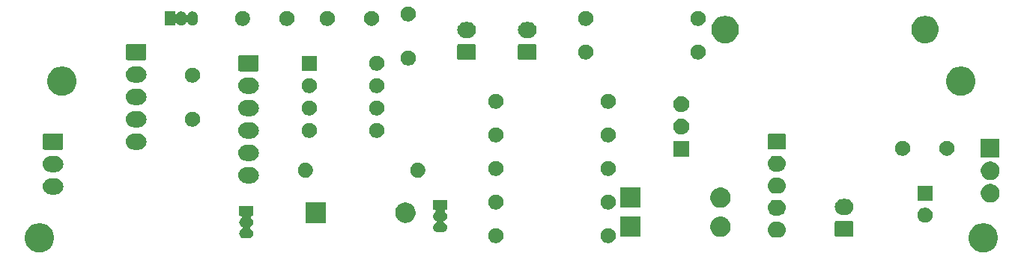
<source format=gbr>
G04 #@! TF.GenerationSoftware,KiCad,Pcbnew,5.1.5-1.fc31*
G04 #@! TF.CreationDate,2020-04-28T16:34:52+01:00*
G04 #@! TF.ProjectId,ReversingCam_FSAV433_v3.1,52657665-7273-4696-9e67-43616d5f4653,V3.1*
G04 #@! TF.SameCoordinates,Original*
G04 #@! TF.FileFunction,Soldermask,Bot*
G04 #@! TF.FilePolarity,Negative*
%FSLAX46Y46*%
G04 Gerber Fmt 4.6, Leading zero omitted, Abs format (unit mm)*
G04 Created by KiCad (PCBNEW 5.1.5-1.fc31) date 2020-04-28 16:34:52*
%MOMM*%
%LPD*%
G04 APERTURE LIST*
%ADD10C,0.100000*%
G04 APERTURE END LIST*
D10*
G36*
X136729807Y-52486236D02*
G01*
X136861579Y-52512447D01*
X137162042Y-52636903D01*
X137432451Y-52817585D01*
X137662415Y-53047549D01*
X137834786Y-53305520D01*
X137843098Y-53317960D01*
X137859114Y-53356627D01*
X137945724Y-53565720D01*
X137967553Y-53618422D01*
X138030485Y-53934799D01*
X138031000Y-53937391D01*
X138031000Y-54262609D01*
X137967553Y-54581579D01*
X137843097Y-54882042D01*
X137662415Y-55152451D01*
X137432451Y-55382415D01*
X137162042Y-55563097D01*
X136861579Y-55687553D01*
X136755256Y-55708702D01*
X136542611Y-55751000D01*
X136217389Y-55751000D01*
X136004744Y-55708702D01*
X135898421Y-55687553D01*
X135597958Y-55563097D01*
X135327549Y-55382415D01*
X135097585Y-55152451D01*
X134916903Y-54882042D01*
X134792447Y-54581579D01*
X134729000Y-54262609D01*
X134729000Y-53937391D01*
X134729516Y-53934799D01*
X134792447Y-53618422D01*
X134814277Y-53565720D01*
X134900886Y-53356627D01*
X134916902Y-53317960D01*
X134925214Y-53305520D01*
X135097585Y-53047549D01*
X135327549Y-52817585D01*
X135597958Y-52636903D01*
X135898421Y-52512447D01*
X136030193Y-52486236D01*
X136217389Y-52449000D01*
X136542611Y-52449000D01*
X136729807Y-52486236D01*
G37*
G36*
X30049807Y-52486236D02*
G01*
X30181579Y-52512447D01*
X30482042Y-52636903D01*
X30752451Y-52817585D01*
X30982415Y-53047549D01*
X31154786Y-53305520D01*
X31163098Y-53317960D01*
X31179114Y-53356627D01*
X31265724Y-53565720D01*
X31287553Y-53618422D01*
X31350485Y-53934799D01*
X31351000Y-53937391D01*
X31351000Y-54262609D01*
X31287553Y-54581579D01*
X31163097Y-54882042D01*
X30982415Y-55152451D01*
X30752451Y-55382415D01*
X30482042Y-55563097D01*
X30181579Y-55687553D01*
X30075256Y-55708702D01*
X29862611Y-55751000D01*
X29537389Y-55751000D01*
X29324744Y-55708702D01*
X29218421Y-55687553D01*
X28917958Y-55563097D01*
X28647549Y-55382415D01*
X28417585Y-55152451D01*
X28236903Y-54882042D01*
X28112447Y-54581579D01*
X28049000Y-54262609D01*
X28049000Y-53937391D01*
X28049516Y-53934799D01*
X28112447Y-53618422D01*
X28134277Y-53565720D01*
X28220886Y-53356627D01*
X28236902Y-53317960D01*
X28245214Y-53305520D01*
X28417585Y-53047549D01*
X28647549Y-52817585D01*
X28917958Y-52636903D01*
X29218421Y-52512447D01*
X29350193Y-52486236D01*
X29537389Y-52449000D01*
X29862611Y-52449000D01*
X30049807Y-52486236D01*
G37*
G36*
X94228228Y-53029703D02*
G01*
X94383100Y-53093853D01*
X94522481Y-53186985D01*
X94641015Y-53305519D01*
X94734147Y-53444900D01*
X94798297Y-53599772D01*
X94831000Y-53764184D01*
X94831000Y-53931816D01*
X94798297Y-54096228D01*
X94734147Y-54251100D01*
X94641015Y-54390481D01*
X94522481Y-54509015D01*
X94383100Y-54602147D01*
X94228228Y-54666297D01*
X94063816Y-54699000D01*
X93896184Y-54699000D01*
X93731772Y-54666297D01*
X93576900Y-54602147D01*
X93437519Y-54509015D01*
X93318985Y-54390481D01*
X93225853Y-54251100D01*
X93161703Y-54096228D01*
X93129000Y-53931816D01*
X93129000Y-53764184D01*
X93161703Y-53599772D01*
X93225853Y-53444900D01*
X93318985Y-53305519D01*
X93437519Y-53186985D01*
X93576900Y-53093853D01*
X93731772Y-53029703D01*
X93896184Y-52997000D01*
X94063816Y-52997000D01*
X94228228Y-53029703D01*
G37*
G36*
X81528228Y-53029703D02*
G01*
X81683100Y-53093853D01*
X81822481Y-53186985D01*
X81941015Y-53305519D01*
X82034147Y-53444900D01*
X82098297Y-53599772D01*
X82131000Y-53764184D01*
X82131000Y-53931816D01*
X82098297Y-54096228D01*
X82034147Y-54251100D01*
X81941015Y-54390481D01*
X81822481Y-54509015D01*
X81683100Y-54602147D01*
X81528228Y-54666297D01*
X81363816Y-54699000D01*
X81196184Y-54699000D01*
X81031772Y-54666297D01*
X80876900Y-54602147D01*
X80737519Y-54509015D01*
X80618985Y-54390481D01*
X80525853Y-54251100D01*
X80461703Y-54096228D01*
X80429000Y-53931816D01*
X80429000Y-53764184D01*
X80461703Y-53599772D01*
X80525853Y-53444900D01*
X80618985Y-53305519D01*
X80737519Y-53186985D01*
X80876900Y-53093853D01*
X81031772Y-53029703D01*
X81196184Y-52997000D01*
X81363816Y-52997000D01*
X81528228Y-53029703D01*
G37*
G36*
X53887000Y-51630000D02*
G01*
X53722660Y-51630000D01*
X53698274Y-51632402D01*
X53674825Y-51639515D01*
X53653214Y-51651066D01*
X53634272Y-51666611D01*
X53618727Y-51685553D01*
X53607176Y-51707164D01*
X53600063Y-51730613D01*
X53597661Y-51754999D01*
X53600063Y-51779385D01*
X53607176Y-51802834D01*
X53618727Y-51824445D01*
X53634272Y-51843387D01*
X53643345Y-51851609D01*
X53720264Y-51914736D01*
X53792244Y-52002443D01*
X53825403Y-52064480D01*
X53845728Y-52102505D01*
X53845729Y-52102508D01*
X53878666Y-52211084D01*
X53889787Y-52324000D01*
X53878666Y-52436916D01*
X53855753Y-52512447D01*
X53845728Y-52545495D01*
X53830522Y-52573943D01*
X53792244Y-52645557D01*
X53720264Y-52733264D01*
X53632557Y-52805244D01*
X53579629Y-52833534D01*
X53551141Y-52848761D01*
X53530766Y-52862375D01*
X53513439Y-52879702D01*
X53499826Y-52900076D01*
X53490448Y-52922715D01*
X53485668Y-52946748D01*
X53485668Y-52971252D01*
X53490448Y-52995285D01*
X53499826Y-53017924D01*
X53513440Y-53038299D01*
X53530767Y-53055626D01*
X53551141Y-53069239D01*
X53632557Y-53112756D01*
X53720264Y-53184736D01*
X53792244Y-53272443D01*
X53816572Y-53317958D01*
X53845728Y-53372505D01*
X53845729Y-53372508D01*
X53878666Y-53481084D01*
X53889787Y-53594000D01*
X53878666Y-53706916D01*
X53845729Y-53815492D01*
X53845728Y-53815495D01*
X53830171Y-53844600D01*
X53792244Y-53915557D01*
X53720264Y-54003264D01*
X53632557Y-54075244D01*
X53568601Y-54109429D01*
X53532495Y-54128728D01*
X53532492Y-54128729D01*
X53423916Y-54161666D01*
X53339298Y-54170000D01*
X52832702Y-54170000D01*
X52748084Y-54161666D01*
X52639508Y-54128729D01*
X52639505Y-54128728D01*
X52603399Y-54109429D01*
X52539443Y-54075244D01*
X52451736Y-54003264D01*
X52379756Y-53915557D01*
X52341829Y-53844600D01*
X52326272Y-53815495D01*
X52326271Y-53815492D01*
X52293334Y-53706916D01*
X52282213Y-53594000D01*
X52293334Y-53481084D01*
X52326271Y-53372508D01*
X52326272Y-53372505D01*
X52355428Y-53317958D01*
X52379756Y-53272443D01*
X52451736Y-53184736D01*
X52539443Y-53112756D01*
X52620859Y-53069239D01*
X52641234Y-53055625D01*
X52658561Y-53038298D01*
X52672174Y-53017924D01*
X52681552Y-52995285D01*
X52686332Y-52971252D01*
X52686332Y-52946748D01*
X52681552Y-52922715D01*
X52672174Y-52900076D01*
X52658560Y-52879701D01*
X52641233Y-52862374D01*
X52620859Y-52848761D01*
X52592371Y-52833534D01*
X52539443Y-52805244D01*
X52451736Y-52733264D01*
X52379756Y-52645557D01*
X52341478Y-52573943D01*
X52326272Y-52545495D01*
X52316247Y-52512447D01*
X52293334Y-52436916D01*
X52282213Y-52324000D01*
X52293334Y-52211084D01*
X52326271Y-52102508D01*
X52326272Y-52102505D01*
X52346597Y-52064480D01*
X52379756Y-52002443D01*
X52451736Y-51914736D01*
X52528646Y-51851617D01*
X52545965Y-51834298D01*
X52559579Y-51813923D01*
X52568957Y-51791284D01*
X52573737Y-51767251D01*
X52573737Y-51742747D01*
X52568957Y-51718714D01*
X52559579Y-51696075D01*
X52545966Y-51675701D01*
X52528639Y-51658374D01*
X52508264Y-51644760D01*
X52485625Y-51635382D01*
X52461592Y-51630602D01*
X52449340Y-51630000D01*
X52285000Y-51630000D01*
X52285000Y-50478000D01*
X53887000Y-50478000D01*
X53887000Y-51630000D01*
G37*
G36*
X113265442Y-52285518D02*
G01*
X113331627Y-52292037D01*
X113501466Y-52343557D01*
X113657991Y-52427222D01*
X113669803Y-52436916D01*
X113795186Y-52539814D01*
X113874863Y-52636902D01*
X113907778Y-52677009D01*
X113907779Y-52677011D01*
X113982918Y-52817584D01*
X113991443Y-52833534D01*
X114042963Y-53003373D01*
X114060359Y-53180000D01*
X114042963Y-53356627D01*
X113991443Y-53526466D01*
X113907778Y-53682991D01*
X113888145Y-53706914D01*
X113795186Y-53820186D01*
X113725162Y-53877652D01*
X113657991Y-53932778D01*
X113501466Y-54016443D01*
X113331627Y-54067963D01*
X113265442Y-54074482D01*
X113199260Y-54081000D01*
X112860740Y-54081000D01*
X112794558Y-54074482D01*
X112728373Y-54067963D01*
X112558534Y-54016443D01*
X112402009Y-53932778D01*
X112334838Y-53877652D01*
X112264814Y-53820186D01*
X112171855Y-53706914D01*
X112152222Y-53682991D01*
X112068557Y-53526466D01*
X112017037Y-53356627D01*
X111999641Y-53180000D01*
X112017037Y-53003373D01*
X112068557Y-52833534D01*
X112077083Y-52817584D01*
X112152221Y-52677011D01*
X112152222Y-52677009D01*
X112185137Y-52636902D01*
X112264814Y-52539814D01*
X112390197Y-52436916D01*
X112402009Y-52427222D01*
X112558534Y-52343557D01*
X112728373Y-52292037D01*
X112794557Y-52285519D01*
X112860740Y-52279000D01*
X113199260Y-52279000D01*
X113265442Y-52285518D01*
G37*
G36*
X121558600Y-52188989D02*
G01*
X121591652Y-52199015D01*
X121622103Y-52215292D01*
X121648799Y-52237201D01*
X121670708Y-52263897D01*
X121686985Y-52294348D01*
X121697011Y-52327400D01*
X121701000Y-52367903D01*
X121701000Y-53804097D01*
X121697011Y-53844600D01*
X121686985Y-53877652D01*
X121670708Y-53908103D01*
X121648799Y-53934799D01*
X121622103Y-53956708D01*
X121591652Y-53972985D01*
X121558600Y-53983011D01*
X121518097Y-53987000D01*
X119781903Y-53987000D01*
X119741400Y-53983011D01*
X119708348Y-53972985D01*
X119677897Y-53956708D01*
X119651201Y-53934799D01*
X119629292Y-53908103D01*
X119613015Y-53877652D01*
X119602989Y-53844600D01*
X119599000Y-53804097D01*
X119599000Y-52367903D01*
X119602989Y-52327400D01*
X119613015Y-52294348D01*
X119629292Y-52263897D01*
X119651201Y-52237201D01*
X119677897Y-52215292D01*
X119708348Y-52199015D01*
X119741400Y-52188989D01*
X119781903Y-52185000D01*
X121518097Y-52185000D01*
X121558600Y-52188989D01*
G37*
G36*
X97671000Y-53983000D02*
G01*
X95369000Y-53983000D01*
X95369000Y-51681000D01*
X97671000Y-51681000D01*
X97671000Y-53983000D01*
G37*
G36*
X106904549Y-51703116D02*
G01*
X107015734Y-51725232D01*
X107124364Y-51770228D01*
X107175198Y-51791284D01*
X107225203Y-51811997D01*
X107413720Y-51937960D01*
X107574040Y-52098280D01*
X107694793Y-52279000D01*
X107700004Y-52286799D01*
X107703131Y-52294348D01*
X107786768Y-52496266D01*
X107831000Y-52718636D01*
X107831000Y-52945364D01*
X107786768Y-53167734D01*
X107700003Y-53377203D01*
X107574040Y-53565720D01*
X107413720Y-53726040D01*
X107225203Y-53852003D01*
X107015734Y-53938768D01*
X106925543Y-53956708D01*
X106793365Y-53983000D01*
X106566635Y-53983000D01*
X106434457Y-53956708D01*
X106344266Y-53938768D01*
X106134797Y-53852003D01*
X105946280Y-53726040D01*
X105785960Y-53565720D01*
X105659997Y-53377203D01*
X105573232Y-53167734D01*
X105529000Y-52945364D01*
X105529000Y-52718636D01*
X105573232Y-52496266D01*
X105656869Y-52294348D01*
X105659996Y-52286799D01*
X105665207Y-52279000D01*
X105785960Y-52098280D01*
X105946280Y-51937960D01*
X106134797Y-51811997D01*
X106184803Y-51791284D01*
X106235636Y-51770228D01*
X106344266Y-51725232D01*
X106455451Y-51703116D01*
X106566635Y-51681000D01*
X106793365Y-51681000D01*
X106904549Y-51703116D01*
G37*
G36*
X75794500Y-50931500D02*
G01*
X75630160Y-50931500D01*
X75605774Y-50933902D01*
X75582325Y-50941015D01*
X75560714Y-50952566D01*
X75541772Y-50968111D01*
X75526227Y-50987053D01*
X75514676Y-51008664D01*
X75507563Y-51032113D01*
X75505161Y-51056499D01*
X75507563Y-51080885D01*
X75514676Y-51104334D01*
X75526227Y-51125945D01*
X75541772Y-51144887D01*
X75550845Y-51153109D01*
X75627764Y-51216236D01*
X75699744Y-51303943D01*
X75728565Y-51357864D01*
X75753228Y-51404005D01*
X75753229Y-51404008D01*
X75786166Y-51512584D01*
X75797287Y-51625500D01*
X75786166Y-51738416D01*
X75753229Y-51846992D01*
X75753228Y-51846995D01*
X75750753Y-51851625D01*
X75699744Y-51947057D01*
X75627764Y-52034764D01*
X75540057Y-52106744D01*
X75458641Y-52150261D01*
X75438266Y-52163875D01*
X75420939Y-52181202D01*
X75407326Y-52201576D01*
X75397948Y-52224215D01*
X75393168Y-52248248D01*
X75393168Y-52272752D01*
X75397948Y-52296785D01*
X75407326Y-52319424D01*
X75420940Y-52339799D01*
X75438267Y-52357126D01*
X75458641Y-52370739D01*
X75540057Y-52414256D01*
X75627764Y-52486236D01*
X75699744Y-52573943D01*
X75733396Y-52636902D01*
X75753228Y-52674005D01*
X75753229Y-52674008D01*
X75786166Y-52782584D01*
X75797287Y-52895500D01*
X75786166Y-53008416D01*
X75760248Y-53093853D01*
X75753228Y-53116995D01*
X75733929Y-53153101D01*
X75699744Y-53217057D01*
X75627764Y-53304764D01*
X75540057Y-53376744D01*
X75476101Y-53410929D01*
X75439995Y-53430228D01*
X75439992Y-53430229D01*
X75331416Y-53463166D01*
X75246798Y-53471500D01*
X74740202Y-53471500D01*
X74655584Y-53463166D01*
X74547008Y-53430229D01*
X74547005Y-53430228D01*
X74510899Y-53410929D01*
X74446943Y-53376744D01*
X74359236Y-53304764D01*
X74287256Y-53217057D01*
X74253071Y-53153101D01*
X74233772Y-53116995D01*
X74226752Y-53093853D01*
X74200834Y-53008416D01*
X74189713Y-52895500D01*
X74200834Y-52782584D01*
X74233771Y-52674008D01*
X74233772Y-52674005D01*
X74253604Y-52636902D01*
X74287256Y-52573943D01*
X74359236Y-52486236D01*
X74446943Y-52414256D01*
X74528359Y-52370739D01*
X74548734Y-52357125D01*
X74566061Y-52339798D01*
X74579674Y-52319424D01*
X74589052Y-52296785D01*
X74593832Y-52272752D01*
X74593832Y-52248248D01*
X74589052Y-52224215D01*
X74579674Y-52201576D01*
X74566060Y-52181201D01*
X74548733Y-52163874D01*
X74528359Y-52150261D01*
X74446943Y-52106744D01*
X74359236Y-52034764D01*
X74287256Y-51947057D01*
X74236247Y-51851625D01*
X74233772Y-51846995D01*
X74233771Y-51846992D01*
X74200834Y-51738416D01*
X74189713Y-51625500D01*
X74200834Y-51512584D01*
X74233771Y-51404008D01*
X74233772Y-51404005D01*
X74258435Y-51357864D01*
X74287256Y-51303943D01*
X74359236Y-51216236D01*
X74436146Y-51153117D01*
X74453465Y-51135798D01*
X74467079Y-51115423D01*
X74476457Y-51092784D01*
X74481237Y-51068751D01*
X74481237Y-51044247D01*
X74476457Y-51020214D01*
X74467079Y-50997575D01*
X74453466Y-50977201D01*
X74436139Y-50959874D01*
X74415764Y-50946260D01*
X74393125Y-50936882D01*
X74369092Y-50932102D01*
X74356840Y-50931500D01*
X74192500Y-50931500D01*
X74192500Y-49779500D01*
X75794500Y-49779500D01*
X75794500Y-50931500D01*
G37*
G36*
X71281049Y-50115616D02*
G01*
X71392234Y-50137732D01*
X71601703Y-50224497D01*
X71790220Y-50350460D01*
X71950540Y-50510780D01*
X72076503Y-50699297D01*
X72163268Y-50908766D01*
X72177342Y-50979519D01*
X72207500Y-51131135D01*
X72207500Y-51357865D01*
X72192599Y-51432778D01*
X72163268Y-51580234D01*
X72144518Y-51625500D01*
X72084570Y-51770229D01*
X72076503Y-51789703D01*
X71950540Y-51978220D01*
X71790220Y-52138540D01*
X71601703Y-52264503D01*
X71392234Y-52351268D01*
X71281049Y-52373384D01*
X71169865Y-52395500D01*
X70943135Y-52395500D01*
X70831951Y-52373384D01*
X70720766Y-52351268D01*
X70511297Y-52264503D01*
X70322780Y-52138540D01*
X70162460Y-51978220D01*
X70036497Y-51789703D01*
X70028431Y-51770229D01*
X69968482Y-51625500D01*
X69949732Y-51580234D01*
X69920401Y-51432778D01*
X69905500Y-51357865D01*
X69905500Y-51131135D01*
X69935658Y-50979519D01*
X69949732Y-50908766D01*
X70036497Y-50699297D01*
X70162460Y-50510780D01*
X70322780Y-50350460D01*
X70511297Y-50224497D01*
X70720766Y-50137732D01*
X70831951Y-50115616D01*
X70943135Y-50093500D01*
X71169865Y-50093500D01*
X71281049Y-50115616D01*
G37*
G36*
X62047500Y-52395500D02*
G01*
X59745500Y-52395500D01*
X59745500Y-50093500D01*
X62047500Y-50093500D01*
X62047500Y-52395500D01*
G37*
G36*
X130042228Y-50703703D02*
G01*
X130197100Y-50767853D01*
X130336481Y-50860985D01*
X130455015Y-50979519D01*
X130548147Y-51118900D01*
X130612297Y-51273772D01*
X130645000Y-51438184D01*
X130645000Y-51605816D01*
X130612297Y-51770228D01*
X130548147Y-51925100D01*
X130455015Y-52064481D01*
X130336481Y-52183015D01*
X130197100Y-52276147D01*
X130042228Y-52340297D01*
X129877816Y-52373000D01*
X129710184Y-52373000D01*
X129545772Y-52340297D01*
X129390900Y-52276147D01*
X129251519Y-52183015D01*
X129132985Y-52064481D01*
X129039853Y-51925100D01*
X128975703Y-51770228D01*
X128943000Y-51605816D01*
X128943000Y-51438184D01*
X128975703Y-51273772D01*
X129039853Y-51118900D01*
X129132985Y-50979519D01*
X129251519Y-50860985D01*
X129390900Y-50767853D01*
X129545772Y-50703703D01*
X129710184Y-50671000D01*
X129877816Y-50671000D01*
X130042228Y-50703703D01*
G37*
G36*
X113265442Y-49785518D02*
G01*
X113331627Y-49792037D01*
X113501466Y-49843557D01*
X113657991Y-49927222D01*
X113680645Y-49945814D01*
X113795186Y-50039814D01*
X113862481Y-50121815D01*
X113907778Y-50177009D01*
X113991443Y-50333534D01*
X114042963Y-50503373D01*
X114060359Y-50680000D01*
X114042963Y-50856627D01*
X113991443Y-51026466D01*
X113907778Y-51182991D01*
X113880494Y-51216236D01*
X113795186Y-51320186D01*
X113693729Y-51403448D01*
X113657991Y-51432778D01*
X113501466Y-51516443D01*
X113331627Y-51567963D01*
X113265443Y-51574481D01*
X113199260Y-51581000D01*
X112860740Y-51581000D01*
X112794558Y-51574482D01*
X112728373Y-51567963D01*
X112558534Y-51516443D01*
X112402009Y-51432778D01*
X112366271Y-51403448D01*
X112264814Y-51320186D01*
X112179506Y-51216236D01*
X112152222Y-51182991D01*
X112068557Y-51026466D01*
X112017037Y-50856627D01*
X111999641Y-50680000D01*
X112017037Y-50503373D01*
X112068557Y-50333534D01*
X112152222Y-50177009D01*
X112197519Y-50121815D01*
X112264814Y-50039814D01*
X112379355Y-49945814D01*
X112402009Y-49927222D01*
X112558534Y-49843557D01*
X112728373Y-49792037D01*
X112794558Y-49785518D01*
X112860740Y-49779000D01*
X113199260Y-49779000D01*
X113265442Y-49785518D01*
G37*
G36*
X120894751Y-49689973D02*
G01*
X120976627Y-49698037D01*
X121146466Y-49749557D01*
X121302991Y-49833222D01*
X121315584Y-49843557D01*
X121440186Y-49945814D01*
X121509775Y-50030610D01*
X121552778Y-50083009D01*
X121552779Y-50083011D01*
X121628406Y-50224497D01*
X121636443Y-50239534D01*
X121687963Y-50409373D01*
X121705359Y-50586000D01*
X121687963Y-50762627D01*
X121659449Y-50856625D01*
X121636442Y-50932468D01*
X121634083Y-50936882D01*
X121552778Y-51088991D01*
X121528232Y-51118900D01*
X121440186Y-51226186D01*
X121345437Y-51303943D01*
X121302991Y-51338778D01*
X121146466Y-51422443D01*
X120976627Y-51473963D01*
X120910442Y-51480482D01*
X120844260Y-51487000D01*
X120455740Y-51487000D01*
X120389558Y-51480482D01*
X120323373Y-51473963D01*
X120153534Y-51422443D01*
X119997009Y-51338778D01*
X119954563Y-51303943D01*
X119859814Y-51226186D01*
X119771768Y-51118900D01*
X119747222Y-51088991D01*
X119665917Y-50936882D01*
X119663558Y-50932468D01*
X119640551Y-50856625D01*
X119612037Y-50762627D01*
X119594641Y-50586000D01*
X119612037Y-50409373D01*
X119663557Y-50239534D01*
X119671595Y-50224497D01*
X119747221Y-50083011D01*
X119747222Y-50083009D01*
X119790225Y-50030610D01*
X119859814Y-49945814D01*
X119984416Y-49843557D01*
X119997009Y-49833222D01*
X120153534Y-49749557D01*
X120323373Y-49698037D01*
X120405249Y-49689973D01*
X120455740Y-49685000D01*
X120844260Y-49685000D01*
X120894751Y-49689973D01*
G37*
G36*
X94228228Y-49219703D02*
G01*
X94383100Y-49283853D01*
X94522481Y-49376985D01*
X94641015Y-49495519D01*
X94734147Y-49634900D01*
X94798297Y-49789772D01*
X94831000Y-49954184D01*
X94831000Y-50121816D01*
X94798297Y-50286228D01*
X94734147Y-50441100D01*
X94641015Y-50580481D01*
X94522481Y-50699015D01*
X94383100Y-50792147D01*
X94228228Y-50856297D01*
X94063816Y-50889000D01*
X93896184Y-50889000D01*
X93731772Y-50856297D01*
X93576900Y-50792147D01*
X93437519Y-50699015D01*
X93318985Y-50580481D01*
X93225853Y-50441100D01*
X93161703Y-50286228D01*
X93129000Y-50121816D01*
X93129000Y-49954184D01*
X93161703Y-49789772D01*
X93225853Y-49634900D01*
X93318985Y-49495519D01*
X93437519Y-49376985D01*
X93576900Y-49283853D01*
X93731772Y-49219703D01*
X93896184Y-49187000D01*
X94063816Y-49187000D01*
X94228228Y-49219703D01*
G37*
G36*
X81528228Y-49219703D02*
G01*
X81683100Y-49283853D01*
X81822481Y-49376985D01*
X81941015Y-49495519D01*
X82034147Y-49634900D01*
X82098297Y-49789772D01*
X82131000Y-49954184D01*
X82131000Y-50121816D01*
X82098297Y-50286228D01*
X82034147Y-50441100D01*
X81941015Y-50580481D01*
X81822481Y-50699015D01*
X81683100Y-50792147D01*
X81528228Y-50856297D01*
X81363816Y-50889000D01*
X81196184Y-50889000D01*
X81031772Y-50856297D01*
X80876900Y-50792147D01*
X80737519Y-50699015D01*
X80618985Y-50580481D01*
X80525853Y-50441100D01*
X80461703Y-50286228D01*
X80429000Y-50121816D01*
X80429000Y-49954184D01*
X80461703Y-49789772D01*
X80525853Y-49634900D01*
X80618985Y-49495519D01*
X80737519Y-49376985D01*
X80876900Y-49283853D01*
X81031772Y-49219703D01*
X81196184Y-49187000D01*
X81363816Y-49187000D01*
X81528228Y-49219703D01*
G37*
G36*
X97671000Y-50681000D02*
G01*
X95369000Y-50681000D01*
X95369000Y-48379000D01*
X97671000Y-48379000D01*
X97671000Y-50681000D01*
G37*
G36*
X106904549Y-48401116D02*
G01*
X107015734Y-48423232D01*
X107225203Y-48509997D01*
X107413720Y-48635960D01*
X107574040Y-48796280D01*
X107700003Y-48984797D01*
X107786768Y-49194266D01*
X107831000Y-49416636D01*
X107831000Y-49643364D01*
X107786768Y-49865734D01*
X107700003Y-50075203D01*
X107574040Y-50263720D01*
X107413720Y-50424040D01*
X107225203Y-50550003D01*
X107015734Y-50636768D01*
X106904549Y-50658884D01*
X106793365Y-50681000D01*
X106566635Y-50681000D01*
X106455451Y-50658884D01*
X106344266Y-50636768D01*
X106134797Y-50550003D01*
X105946280Y-50424040D01*
X105785960Y-50263720D01*
X105659997Y-50075203D01*
X105573232Y-49865734D01*
X105529000Y-49643364D01*
X105529000Y-49416636D01*
X105573232Y-49194266D01*
X105659997Y-48984797D01*
X105785960Y-48796280D01*
X105946280Y-48635960D01*
X106134797Y-48509997D01*
X106344266Y-48423232D01*
X106455451Y-48401116D01*
X106566635Y-48379000D01*
X106793365Y-48379000D01*
X106904549Y-48401116D01*
G37*
G36*
X137466564Y-48009389D02*
G01*
X137635716Y-48079454D01*
X137657835Y-48088616D01*
X137829973Y-48203635D01*
X137976365Y-48350027D01*
X138083254Y-48509997D01*
X138091385Y-48522167D01*
X138170611Y-48713436D01*
X138211000Y-48916484D01*
X138211000Y-49123516D01*
X138170611Y-49326564D01*
X138149726Y-49376985D01*
X138091384Y-49517835D01*
X137976365Y-49689973D01*
X137829973Y-49836365D01*
X137657835Y-49951384D01*
X137657834Y-49951385D01*
X137657833Y-49951385D01*
X137466564Y-50030611D01*
X137263516Y-50071000D01*
X137056484Y-50071000D01*
X136853436Y-50030611D01*
X136662167Y-49951385D01*
X136662166Y-49951385D01*
X136662165Y-49951384D01*
X136490027Y-49836365D01*
X136343635Y-49689973D01*
X136228616Y-49517835D01*
X136170274Y-49376985D01*
X136149389Y-49326564D01*
X136109000Y-49123516D01*
X136109000Y-48916484D01*
X136149389Y-48713436D01*
X136228615Y-48522167D01*
X136236747Y-48509997D01*
X136343635Y-48350027D01*
X136490027Y-48203635D01*
X136662165Y-48088616D01*
X136684284Y-48079454D01*
X136853436Y-48009389D01*
X137056484Y-47969000D01*
X137263516Y-47969000D01*
X137466564Y-48009389D01*
G37*
G36*
X130645000Y-49873000D02*
G01*
X128943000Y-49873000D01*
X128943000Y-48171000D01*
X130645000Y-48171000D01*
X130645000Y-49873000D01*
G37*
G36*
X31562345Y-47343442D02*
G01*
X31652548Y-47352326D01*
X31826157Y-47404990D01*
X31986156Y-47490511D01*
X32002782Y-47504156D01*
X32126397Y-47605603D01*
X32184999Y-47677011D01*
X32241489Y-47745844D01*
X32327010Y-47905843D01*
X32379674Y-48079452D01*
X32397456Y-48260000D01*
X32379674Y-48440548D01*
X32327010Y-48614157D01*
X32241489Y-48774156D01*
X32223332Y-48796280D01*
X32126397Y-48914397D01*
X32029729Y-48993729D01*
X31986156Y-49029489D01*
X31826157Y-49115010D01*
X31652548Y-49167674D01*
X31562345Y-49176558D01*
X31517245Y-49181000D01*
X30966755Y-49181000D01*
X30921655Y-49176558D01*
X30831452Y-49167674D01*
X30657843Y-49115010D01*
X30497844Y-49029489D01*
X30454271Y-48993729D01*
X30357603Y-48914397D01*
X30260668Y-48796280D01*
X30242511Y-48774156D01*
X30156990Y-48614157D01*
X30104326Y-48440548D01*
X30086544Y-48260000D01*
X30104326Y-48079452D01*
X30156990Y-47905843D01*
X30242511Y-47745844D01*
X30299001Y-47677011D01*
X30357603Y-47605603D01*
X30481218Y-47504156D01*
X30497844Y-47490511D01*
X30657843Y-47404990D01*
X30831452Y-47352326D01*
X30921655Y-47343442D01*
X30966755Y-47339000D01*
X31517245Y-47339000D01*
X31562345Y-47343442D01*
G37*
G36*
X113265442Y-47285518D02*
G01*
X113331627Y-47292037D01*
X113501466Y-47343557D01*
X113657991Y-47427222D01*
X113693729Y-47456552D01*
X113795186Y-47539814D01*
X113878448Y-47641271D01*
X113907778Y-47677009D01*
X113991443Y-47833534D01*
X114042963Y-48003373D01*
X114060359Y-48180000D01*
X114042963Y-48356627D01*
X113991443Y-48526466D01*
X113907778Y-48682991D01*
X113882793Y-48713435D01*
X113795186Y-48820186D01*
X113693729Y-48903448D01*
X113657991Y-48932778D01*
X113501466Y-49016443D01*
X113331627Y-49067963D01*
X113265442Y-49074482D01*
X113199260Y-49081000D01*
X112860740Y-49081000D01*
X112794558Y-49074482D01*
X112728373Y-49067963D01*
X112558534Y-49016443D01*
X112402009Y-48932778D01*
X112366271Y-48903448D01*
X112264814Y-48820186D01*
X112177207Y-48713435D01*
X112152222Y-48682991D01*
X112068557Y-48526466D01*
X112017037Y-48356627D01*
X111999641Y-48180000D01*
X112017037Y-48003373D01*
X112068557Y-47833534D01*
X112152222Y-47677009D01*
X112181552Y-47641271D01*
X112264814Y-47539814D01*
X112366271Y-47456552D01*
X112402009Y-47427222D01*
X112558534Y-47343557D01*
X112728373Y-47292037D01*
X112794558Y-47285518D01*
X112860740Y-47279000D01*
X113199260Y-47279000D01*
X113265442Y-47285518D01*
G37*
G36*
X53660345Y-46073442D02*
G01*
X53750548Y-46082326D01*
X53924157Y-46134990D01*
X54084156Y-46220511D01*
X54100782Y-46234156D01*
X54224397Y-46335603D01*
X54303729Y-46432271D01*
X54339489Y-46475844D01*
X54425010Y-46635843D01*
X54477674Y-46809452D01*
X54495456Y-46990000D01*
X54477674Y-47170548D01*
X54425010Y-47344157D01*
X54339489Y-47504156D01*
X54310225Y-47539814D01*
X54224397Y-47644397D01*
X54127729Y-47723729D01*
X54084156Y-47759489D01*
X53924157Y-47845010D01*
X53750548Y-47897674D01*
X53667625Y-47905841D01*
X53615245Y-47911000D01*
X53064755Y-47911000D01*
X53012375Y-47905841D01*
X52929452Y-47897674D01*
X52755843Y-47845010D01*
X52595844Y-47759489D01*
X52552271Y-47723729D01*
X52455603Y-47644397D01*
X52369775Y-47539814D01*
X52340511Y-47504156D01*
X52254990Y-47344157D01*
X52202326Y-47170548D01*
X52184544Y-46990000D01*
X52202326Y-46809452D01*
X52254990Y-46635843D01*
X52340511Y-46475844D01*
X52376271Y-46432271D01*
X52455603Y-46335603D01*
X52579218Y-46234156D01*
X52595844Y-46220511D01*
X52755843Y-46134990D01*
X52929452Y-46082326D01*
X53019655Y-46073442D01*
X53064755Y-46069000D01*
X53615245Y-46069000D01*
X53660345Y-46073442D01*
G37*
G36*
X137466564Y-45469389D02*
G01*
X137635716Y-45539454D01*
X137657835Y-45548616D01*
X137735040Y-45600203D01*
X137829973Y-45663635D01*
X137976365Y-45810027D01*
X138091385Y-45982167D01*
X138170611Y-46173436D01*
X138211000Y-46376484D01*
X138211000Y-46583516D01*
X138170611Y-46786564D01*
X138098366Y-46960980D01*
X138091384Y-46977835D01*
X137976365Y-47149973D01*
X137829973Y-47296365D01*
X137657835Y-47411384D01*
X137657834Y-47411385D01*
X137657833Y-47411385D01*
X137466564Y-47490611D01*
X137263516Y-47531000D01*
X137056484Y-47531000D01*
X136853436Y-47490611D01*
X136662167Y-47411385D01*
X136662166Y-47411385D01*
X136662165Y-47411384D01*
X136490027Y-47296365D01*
X136343635Y-47149973D01*
X136228616Y-46977835D01*
X136221634Y-46960980D01*
X136149389Y-46786564D01*
X136109000Y-46583516D01*
X136109000Y-46376484D01*
X136149389Y-46173436D01*
X136228615Y-45982167D01*
X136343635Y-45810027D01*
X136490027Y-45663635D01*
X136584960Y-45600203D01*
X136662165Y-45548616D01*
X136684284Y-45539454D01*
X136853436Y-45469389D01*
X137056484Y-45429000D01*
X137263516Y-45429000D01*
X137466564Y-45469389D01*
G37*
G36*
X72701728Y-45600203D02*
G01*
X72856600Y-45664353D01*
X72995981Y-45757485D01*
X73114515Y-45876019D01*
X73207647Y-46015400D01*
X73271797Y-46170272D01*
X73304500Y-46334684D01*
X73304500Y-46502316D01*
X73271797Y-46666728D01*
X73207647Y-46821600D01*
X73114515Y-46960981D01*
X72995981Y-47079515D01*
X72856600Y-47172647D01*
X72701728Y-47236797D01*
X72537316Y-47269500D01*
X72369684Y-47269500D01*
X72205272Y-47236797D01*
X72050400Y-47172647D01*
X71911019Y-47079515D01*
X71792485Y-46960981D01*
X71699353Y-46821600D01*
X71635203Y-46666728D01*
X71602500Y-46502316D01*
X71602500Y-46334684D01*
X71635203Y-46170272D01*
X71699353Y-46015400D01*
X71792485Y-45876019D01*
X71911019Y-45757485D01*
X72050400Y-45664353D01*
X72205272Y-45600203D01*
X72369684Y-45567500D01*
X72537316Y-45567500D01*
X72701728Y-45600203D01*
G37*
G36*
X60001728Y-45600203D02*
G01*
X60156600Y-45664353D01*
X60295981Y-45757485D01*
X60414515Y-45876019D01*
X60507647Y-46015400D01*
X60571797Y-46170272D01*
X60604500Y-46334684D01*
X60604500Y-46502316D01*
X60571797Y-46666728D01*
X60507647Y-46821600D01*
X60414515Y-46960981D01*
X60295981Y-47079515D01*
X60156600Y-47172647D01*
X60001728Y-47236797D01*
X59837316Y-47269500D01*
X59669684Y-47269500D01*
X59505272Y-47236797D01*
X59350400Y-47172647D01*
X59211019Y-47079515D01*
X59092485Y-46960981D01*
X58999353Y-46821600D01*
X58935203Y-46666728D01*
X58902500Y-46502316D01*
X58902500Y-46334684D01*
X58935203Y-46170272D01*
X58999353Y-46015400D01*
X59092485Y-45876019D01*
X59211019Y-45757485D01*
X59350400Y-45664353D01*
X59505272Y-45600203D01*
X59669684Y-45567500D01*
X59837316Y-45567500D01*
X60001728Y-45600203D01*
G37*
G36*
X81528228Y-45409703D02*
G01*
X81683100Y-45473853D01*
X81822481Y-45566985D01*
X81941015Y-45685519D01*
X82034147Y-45824900D01*
X82098297Y-45979772D01*
X82131000Y-46144184D01*
X82131000Y-46311816D01*
X82098297Y-46476228D01*
X82034147Y-46631100D01*
X81941015Y-46770481D01*
X81822481Y-46889015D01*
X81683100Y-46982147D01*
X81528228Y-47046297D01*
X81363816Y-47079000D01*
X81196184Y-47079000D01*
X81031772Y-47046297D01*
X80876900Y-46982147D01*
X80737519Y-46889015D01*
X80618985Y-46770481D01*
X80525853Y-46631100D01*
X80461703Y-46476228D01*
X80429000Y-46311816D01*
X80429000Y-46144184D01*
X80461703Y-45979772D01*
X80525853Y-45824900D01*
X80618985Y-45685519D01*
X80737519Y-45566985D01*
X80876900Y-45473853D01*
X81031772Y-45409703D01*
X81196184Y-45377000D01*
X81363816Y-45377000D01*
X81528228Y-45409703D01*
G37*
G36*
X94228228Y-45409703D02*
G01*
X94383100Y-45473853D01*
X94522481Y-45566985D01*
X94641015Y-45685519D01*
X94734147Y-45824900D01*
X94798297Y-45979772D01*
X94831000Y-46144184D01*
X94831000Y-46311816D01*
X94798297Y-46476228D01*
X94734147Y-46631100D01*
X94641015Y-46770481D01*
X94522481Y-46889015D01*
X94383100Y-46982147D01*
X94228228Y-47046297D01*
X94063816Y-47079000D01*
X93896184Y-47079000D01*
X93731772Y-47046297D01*
X93576900Y-46982147D01*
X93437519Y-46889015D01*
X93318985Y-46770481D01*
X93225853Y-46631100D01*
X93161703Y-46476228D01*
X93129000Y-46311816D01*
X93129000Y-46144184D01*
X93161703Y-45979772D01*
X93225853Y-45824900D01*
X93318985Y-45685519D01*
X93437519Y-45566985D01*
X93576900Y-45473853D01*
X93731772Y-45409703D01*
X93896184Y-45377000D01*
X94063816Y-45377000D01*
X94228228Y-45409703D01*
G37*
G36*
X31562345Y-44803442D02*
G01*
X31652548Y-44812326D01*
X31826157Y-44864990D01*
X31986156Y-44950511D01*
X32002782Y-44964156D01*
X32126397Y-45065603D01*
X32205729Y-45162271D01*
X32241489Y-45205844D01*
X32327010Y-45365843D01*
X32379674Y-45539452D01*
X32397456Y-45720000D01*
X32379674Y-45900548D01*
X32327010Y-46074157D01*
X32241489Y-46234156D01*
X32205729Y-46277729D01*
X32126397Y-46374397D01*
X32055257Y-46432779D01*
X31986156Y-46489489D01*
X31826157Y-46575010D01*
X31652548Y-46627674D01*
X31569625Y-46635841D01*
X31517245Y-46641000D01*
X30966755Y-46641000D01*
X30914375Y-46635841D01*
X30831452Y-46627674D01*
X30657843Y-46575010D01*
X30497844Y-46489489D01*
X30428743Y-46432779D01*
X30357603Y-46374397D01*
X30278271Y-46277729D01*
X30242511Y-46234156D01*
X30156990Y-46074157D01*
X30104326Y-45900548D01*
X30086544Y-45720000D01*
X30104326Y-45539452D01*
X30156990Y-45365843D01*
X30242511Y-45205844D01*
X30278271Y-45162271D01*
X30357603Y-45065603D01*
X30481218Y-44964156D01*
X30497844Y-44950511D01*
X30657843Y-44864990D01*
X30831452Y-44812326D01*
X30921655Y-44803442D01*
X30966755Y-44799000D01*
X31517245Y-44799000D01*
X31562345Y-44803442D01*
G37*
G36*
X113265442Y-44785518D02*
G01*
X113331627Y-44792037D01*
X113501466Y-44843557D01*
X113657991Y-44927222D01*
X113693729Y-44956552D01*
X113795186Y-45039814D01*
X113878448Y-45141271D01*
X113907778Y-45177009D01*
X113907779Y-45177011D01*
X113976197Y-45305010D01*
X113991443Y-45333534D01*
X114042963Y-45503373D01*
X114060359Y-45680000D01*
X114042963Y-45856627D01*
X113991443Y-46026466D01*
X113907778Y-46182991D01*
X113878448Y-46218729D01*
X113795186Y-46320186D01*
X113726583Y-46376486D01*
X113657991Y-46432778D01*
X113657989Y-46432779D01*
X113527898Y-46502315D01*
X113501466Y-46516443D01*
X113331627Y-46567963D01*
X113265442Y-46574482D01*
X113199260Y-46581000D01*
X112860740Y-46581000D01*
X112794558Y-46574482D01*
X112728373Y-46567963D01*
X112558534Y-46516443D01*
X112532103Y-46502315D01*
X112402011Y-46432779D01*
X112402009Y-46432778D01*
X112333417Y-46376486D01*
X112264814Y-46320186D01*
X112181552Y-46218729D01*
X112152222Y-46182991D01*
X112068557Y-46026466D01*
X112017037Y-45856627D01*
X111999641Y-45680000D01*
X112017037Y-45503373D01*
X112068557Y-45333534D01*
X112083804Y-45305010D01*
X112152221Y-45177011D01*
X112152222Y-45177009D01*
X112181552Y-45141271D01*
X112264814Y-45039814D01*
X112366271Y-44956552D01*
X112402009Y-44927222D01*
X112558534Y-44843557D01*
X112728373Y-44792037D01*
X112794557Y-44785519D01*
X112860740Y-44779000D01*
X113199260Y-44779000D01*
X113265442Y-44785518D01*
G37*
G36*
X53660345Y-43533442D02*
G01*
X53750548Y-43542326D01*
X53924157Y-43594990D01*
X54084156Y-43680511D01*
X54100782Y-43694156D01*
X54224397Y-43795603D01*
X54300205Y-43887977D01*
X54339489Y-43935844D01*
X54400051Y-44049148D01*
X54420325Y-44087077D01*
X54425010Y-44095843D01*
X54477674Y-44269452D01*
X54495456Y-44450000D01*
X54477674Y-44630548D01*
X54425010Y-44804157D01*
X54339489Y-44964156D01*
X54303729Y-45007729D01*
X54224397Y-45104397D01*
X54135918Y-45177009D01*
X54084156Y-45219489D01*
X53924157Y-45305010D01*
X53750548Y-45357674D01*
X53667625Y-45365841D01*
X53615245Y-45371000D01*
X53064755Y-45371000D01*
X53012375Y-45365841D01*
X52929452Y-45357674D01*
X52755843Y-45305010D01*
X52595844Y-45219489D01*
X52544082Y-45177009D01*
X52455603Y-45104397D01*
X52376271Y-45007729D01*
X52340511Y-44964156D01*
X52254990Y-44804157D01*
X52202326Y-44630548D01*
X52184544Y-44450000D01*
X52202326Y-44269452D01*
X52254990Y-44095843D01*
X52259676Y-44087077D01*
X52279949Y-44049148D01*
X52340511Y-43935844D01*
X52379795Y-43887977D01*
X52455603Y-43795603D01*
X52579218Y-43694156D01*
X52595844Y-43680511D01*
X52755843Y-43594990D01*
X52929452Y-43542326D01*
X53019655Y-43533442D01*
X53064755Y-43529000D01*
X53615245Y-43529000D01*
X53660345Y-43533442D01*
G37*
G36*
X138211000Y-44991000D02*
G01*
X136109000Y-44991000D01*
X136109000Y-42889000D01*
X138211000Y-42889000D01*
X138211000Y-44991000D01*
G37*
G36*
X103136000Y-44906500D02*
G01*
X101334000Y-44906500D01*
X101334000Y-43104500D01*
X103136000Y-43104500D01*
X103136000Y-44906500D01*
G37*
G36*
X132502228Y-43123703D02*
G01*
X132657100Y-43187853D01*
X132796481Y-43280985D01*
X132915015Y-43399519D01*
X133008147Y-43538900D01*
X133072297Y-43693772D01*
X133105000Y-43858184D01*
X133105000Y-44025816D01*
X133072297Y-44190228D01*
X133008147Y-44345100D01*
X132915015Y-44484481D01*
X132796481Y-44603015D01*
X132657100Y-44696147D01*
X132502228Y-44760297D01*
X132337816Y-44793000D01*
X132170184Y-44793000D01*
X132005772Y-44760297D01*
X131850900Y-44696147D01*
X131711519Y-44603015D01*
X131592985Y-44484481D01*
X131499853Y-44345100D01*
X131435703Y-44190228D01*
X131403000Y-44025816D01*
X131403000Y-43858184D01*
X131435703Y-43693772D01*
X131499853Y-43538900D01*
X131592985Y-43399519D01*
X131711519Y-43280985D01*
X131850900Y-43187853D01*
X132005772Y-43123703D01*
X132170184Y-43091000D01*
X132337816Y-43091000D01*
X132502228Y-43123703D01*
G37*
G36*
X127502228Y-43123703D02*
G01*
X127657100Y-43187853D01*
X127796481Y-43280985D01*
X127915015Y-43399519D01*
X128008147Y-43538900D01*
X128072297Y-43693772D01*
X128105000Y-43858184D01*
X128105000Y-44025816D01*
X128072297Y-44190228D01*
X128008147Y-44345100D01*
X127915015Y-44484481D01*
X127796481Y-44603015D01*
X127657100Y-44696147D01*
X127502228Y-44760297D01*
X127337816Y-44793000D01*
X127170184Y-44793000D01*
X127005772Y-44760297D01*
X126850900Y-44696147D01*
X126711519Y-44603015D01*
X126592985Y-44484481D01*
X126499853Y-44345100D01*
X126435703Y-44190228D01*
X126403000Y-44025816D01*
X126403000Y-43858184D01*
X126435703Y-43693772D01*
X126499853Y-43538900D01*
X126592985Y-43399519D01*
X126711519Y-43280985D01*
X126850900Y-43187853D01*
X127005772Y-43123703D01*
X127170184Y-43091000D01*
X127337816Y-43091000D01*
X127502228Y-43123703D01*
G37*
G36*
X40955512Y-42262966D02*
G01*
X41050548Y-42272326D01*
X41224157Y-42324990D01*
X41384156Y-42410511D01*
X41400782Y-42424156D01*
X41524397Y-42525603D01*
X41603729Y-42622271D01*
X41639489Y-42665844D01*
X41725010Y-42825843D01*
X41777674Y-42999452D01*
X41795456Y-43180000D01*
X41777674Y-43360548D01*
X41725010Y-43534157D01*
X41639489Y-43694156D01*
X41603729Y-43737729D01*
X41524397Y-43834397D01*
X41446777Y-43898097D01*
X41384156Y-43949489D01*
X41224157Y-44035010D01*
X41050548Y-44087674D01*
X40967625Y-44095841D01*
X40915245Y-44101000D01*
X40364755Y-44101000D01*
X40312375Y-44095841D01*
X40229452Y-44087674D01*
X40055843Y-44035010D01*
X39895844Y-43949489D01*
X39833223Y-43898097D01*
X39755603Y-43834397D01*
X39676271Y-43737729D01*
X39640511Y-43694156D01*
X39554990Y-43534157D01*
X39502326Y-43360548D01*
X39484544Y-43180000D01*
X39502326Y-42999452D01*
X39554990Y-42825843D01*
X39640511Y-42665844D01*
X39676271Y-42622271D01*
X39755603Y-42525603D01*
X39879218Y-42424156D01*
X39895844Y-42410511D01*
X40055843Y-42324990D01*
X40229452Y-42272326D01*
X40324488Y-42262966D01*
X40364755Y-42259000D01*
X40915245Y-42259000D01*
X40955512Y-42262966D01*
G37*
G36*
X32251561Y-42262966D02*
G01*
X32284383Y-42272923D01*
X32314632Y-42289092D01*
X32341148Y-42310852D01*
X32362908Y-42337368D01*
X32379077Y-42367617D01*
X32389034Y-42400439D01*
X32393000Y-42440713D01*
X32393000Y-43919287D01*
X32389034Y-43959561D01*
X32379077Y-43992383D01*
X32362908Y-44022632D01*
X32341148Y-44049148D01*
X32314632Y-44070908D01*
X32284383Y-44087077D01*
X32251561Y-44097034D01*
X32211287Y-44101000D01*
X30272713Y-44101000D01*
X30232439Y-44097034D01*
X30199617Y-44087077D01*
X30169368Y-44070908D01*
X30142852Y-44049148D01*
X30121092Y-44022632D01*
X30104923Y-43992383D01*
X30094966Y-43959561D01*
X30091000Y-43919287D01*
X30091000Y-42440713D01*
X30094966Y-42400439D01*
X30104923Y-42367617D01*
X30121092Y-42337368D01*
X30142852Y-42310852D01*
X30169368Y-42289092D01*
X30199617Y-42272923D01*
X30232439Y-42262966D01*
X30272713Y-42259000D01*
X32211287Y-42259000D01*
X32251561Y-42262966D01*
G37*
G36*
X113913600Y-42282989D02*
G01*
X113946652Y-42293015D01*
X113977103Y-42309292D01*
X114003799Y-42331201D01*
X114025708Y-42357897D01*
X114041985Y-42388348D01*
X114052011Y-42421400D01*
X114056000Y-42461903D01*
X114056000Y-43898097D01*
X114052011Y-43938600D01*
X114041985Y-43971652D01*
X114025708Y-44002103D01*
X114003799Y-44028799D01*
X113977103Y-44050708D01*
X113946652Y-44066985D01*
X113913600Y-44077011D01*
X113873097Y-44081000D01*
X112186903Y-44081000D01*
X112146400Y-44077011D01*
X112113348Y-44066985D01*
X112082897Y-44050708D01*
X112056201Y-44028799D01*
X112034292Y-44002103D01*
X112018015Y-43971652D01*
X112007989Y-43938600D01*
X112004000Y-43898097D01*
X112004000Y-42461903D01*
X112007989Y-42421400D01*
X112018015Y-42388348D01*
X112034292Y-42357897D01*
X112056201Y-42331201D01*
X112082897Y-42309292D01*
X112113348Y-42293015D01*
X112146400Y-42282989D01*
X112186903Y-42279000D01*
X113873097Y-42279000D01*
X113913600Y-42282989D01*
G37*
G36*
X81528228Y-41599703D02*
G01*
X81683100Y-41663853D01*
X81822481Y-41756985D01*
X81941015Y-41875519D01*
X82034147Y-42014900D01*
X82098297Y-42169772D01*
X82131000Y-42334184D01*
X82131000Y-42501816D01*
X82098297Y-42666228D01*
X82034147Y-42821100D01*
X81941015Y-42960481D01*
X81822481Y-43079015D01*
X81683100Y-43172147D01*
X81528228Y-43236297D01*
X81363816Y-43269000D01*
X81196184Y-43269000D01*
X81031772Y-43236297D01*
X80876900Y-43172147D01*
X80737519Y-43079015D01*
X80618985Y-42960481D01*
X80525853Y-42821100D01*
X80461703Y-42666228D01*
X80429000Y-42501816D01*
X80429000Y-42334184D01*
X80461703Y-42169772D01*
X80525853Y-42014900D01*
X80618985Y-41875519D01*
X80737519Y-41756985D01*
X80876900Y-41663853D01*
X81031772Y-41599703D01*
X81196184Y-41567000D01*
X81363816Y-41567000D01*
X81528228Y-41599703D01*
G37*
G36*
X94228228Y-41599703D02*
G01*
X94383100Y-41663853D01*
X94522481Y-41756985D01*
X94641015Y-41875519D01*
X94734147Y-42014900D01*
X94798297Y-42169772D01*
X94831000Y-42334184D01*
X94831000Y-42501816D01*
X94798297Y-42666228D01*
X94734147Y-42821100D01*
X94641015Y-42960481D01*
X94522481Y-43079015D01*
X94383100Y-43172147D01*
X94228228Y-43236297D01*
X94063816Y-43269000D01*
X93896184Y-43269000D01*
X93731772Y-43236297D01*
X93576900Y-43172147D01*
X93437519Y-43079015D01*
X93318985Y-42960481D01*
X93225853Y-42821100D01*
X93161703Y-42666228D01*
X93129000Y-42501816D01*
X93129000Y-42334184D01*
X93161703Y-42169772D01*
X93225853Y-42014900D01*
X93318985Y-41875519D01*
X93437519Y-41756985D01*
X93576900Y-41663853D01*
X93731772Y-41599703D01*
X93896184Y-41567000D01*
X94063816Y-41567000D01*
X94228228Y-41599703D01*
G37*
G36*
X53660345Y-40993442D02*
G01*
X53750548Y-41002326D01*
X53924157Y-41054990D01*
X54084156Y-41140511D01*
X54102850Y-41155853D01*
X54224397Y-41255603D01*
X54303729Y-41352271D01*
X54339489Y-41395844D01*
X54425010Y-41555843D01*
X54477674Y-41729452D01*
X54495456Y-41910000D01*
X54477674Y-42090548D01*
X54425010Y-42264157D01*
X54425009Y-42264159D01*
X54417076Y-42279000D01*
X54339489Y-42424156D01*
X54303729Y-42467729D01*
X54224397Y-42564397D01*
X54127729Y-42643729D01*
X54084156Y-42679489D01*
X53924157Y-42765010D01*
X53750548Y-42817674D01*
X53667625Y-42825841D01*
X53615245Y-42831000D01*
X53064755Y-42831000D01*
X53012375Y-42825841D01*
X52929452Y-42817674D01*
X52755843Y-42765010D01*
X52595844Y-42679489D01*
X52552271Y-42643729D01*
X52455603Y-42564397D01*
X52376271Y-42467729D01*
X52340511Y-42424156D01*
X52262924Y-42279000D01*
X52254991Y-42264159D01*
X52254990Y-42264157D01*
X52202326Y-42090548D01*
X52184544Y-41910000D01*
X52202326Y-41729452D01*
X52254990Y-41555843D01*
X52340511Y-41395844D01*
X52376271Y-41352271D01*
X52455603Y-41255603D01*
X52577150Y-41155853D01*
X52595844Y-41140511D01*
X52755843Y-41054990D01*
X52929452Y-41002326D01*
X53019655Y-40993442D01*
X53064755Y-40989000D01*
X53615245Y-40989000D01*
X53660345Y-40993442D01*
G37*
G36*
X60446228Y-41091703D02*
G01*
X60601100Y-41155853D01*
X60740481Y-41248985D01*
X60859015Y-41367519D01*
X60952147Y-41506900D01*
X61016297Y-41661772D01*
X61049000Y-41826184D01*
X61049000Y-41993816D01*
X61016297Y-42158228D01*
X60952147Y-42313100D01*
X60859015Y-42452481D01*
X60740481Y-42571015D01*
X60601100Y-42664147D01*
X60446228Y-42728297D01*
X60281816Y-42761000D01*
X60114184Y-42761000D01*
X59949772Y-42728297D01*
X59794900Y-42664147D01*
X59655519Y-42571015D01*
X59536985Y-42452481D01*
X59443853Y-42313100D01*
X59379703Y-42158228D01*
X59347000Y-41993816D01*
X59347000Y-41826184D01*
X59379703Y-41661772D01*
X59443853Y-41506900D01*
X59536985Y-41367519D01*
X59655519Y-41248985D01*
X59794900Y-41155853D01*
X59949772Y-41091703D01*
X60114184Y-41059000D01*
X60281816Y-41059000D01*
X60446228Y-41091703D01*
G37*
G36*
X68066228Y-41091703D02*
G01*
X68221100Y-41155853D01*
X68360481Y-41248985D01*
X68479015Y-41367519D01*
X68572147Y-41506900D01*
X68636297Y-41661772D01*
X68669000Y-41826184D01*
X68669000Y-41993816D01*
X68636297Y-42158228D01*
X68572147Y-42313100D01*
X68479015Y-42452481D01*
X68360481Y-42571015D01*
X68221100Y-42664147D01*
X68066228Y-42728297D01*
X67901816Y-42761000D01*
X67734184Y-42761000D01*
X67569772Y-42728297D01*
X67414900Y-42664147D01*
X67275519Y-42571015D01*
X67156985Y-42452481D01*
X67063853Y-42313100D01*
X66999703Y-42158228D01*
X66967000Y-41993816D01*
X66967000Y-41826184D01*
X66999703Y-41661772D01*
X67063853Y-41506900D01*
X67156985Y-41367519D01*
X67275519Y-41248985D01*
X67414900Y-41155853D01*
X67569772Y-41091703D01*
X67734184Y-41059000D01*
X67901816Y-41059000D01*
X68066228Y-41091703D01*
G37*
G36*
X102348512Y-40569427D02*
G01*
X102497812Y-40599124D01*
X102661784Y-40667044D01*
X102809354Y-40765647D01*
X102934853Y-40891146D01*
X103033456Y-41038716D01*
X103101376Y-41202688D01*
X103120934Y-41301015D01*
X103136000Y-41376758D01*
X103136000Y-41554242D01*
X103134656Y-41561000D01*
X103101376Y-41728312D01*
X103033456Y-41892284D01*
X102934853Y-42039854D01*
X102809354Y-42165353D01*
X102661784Y-42263956D01*
X102497812Y-42331876D01*
X102366992Y-42357897D01*
X102323742Y-42366500D01*
X102146258Y-42366500D01*
X102103008Y-42357897D01*
X101972188Y-42331876D01*
X101808216Y-42263956D01*
X101660646Y-42165353D01*
X101535147Y-42039854D01*
X101436544Y-41892284D01*
X101368624Y-41728312D01*
X101335344Y-41561000D01*
X101334000Y-41554242D01*
X101334000Y-41376758D01*
X101349066Y-41301015D01*
X101368624Y-41202688D01*
X101436544Y-41038716D01*
X101535147Y-40891146D01*
X101660646Y-40765647D01*
X101808216Y-40667044D01*
X101972188Y-40599124D01*
X102121488Y-40569427D01*
X102146258Y-40564500D01*
X102323742Y-40564500D01*
X102348512Y-40569427D01*
G37*
G36*
X40960345Y-39723442D02*
G01*
X41050548Y-39732326D01*
X41224157Y-39784990D01*
X41384156Y-39870511D01*
X41402850Y-39885853D01*
X41524397Y-39985603D01*
X41603729Y-40082271D01*
X41639489Y-40125844D01*
X41725010Y-40285843D01*
X41777674Y-40459452D01*
X41795456Y-40640000D01*
X41777674Y-40820548D01*
X41725010Y-40994157D01*
X41639489Y-41154156D01*
X41638096Y-41155853D01*
X41524397Y-41294397D01*
X41435296Y-41367519D01*
X41384156Y-41409489D01*
X41224157Y-41495010D01*
X41050548Y-41547674D01*
X40967625Y-41555841D01*
X40915245Y-41561000D01*
X40364755Y-41561000D01*
X40312375Y-41555841D01*
X40229452Y-41547674D01*
X40055843Y-41495010D01*
X39895844Y-41409489D01*
X39844704Y-41367519D01*
X39755603Y-41294397D01*
X39641904Y-41155853D01*
X39640511Y-41154156D01*
X39554990Y-40994157D01*
X39502326Y-40820548D01*
X39484544Y-40640000D01*
X39502326Y-40459452D01*
X39554990Y-40285843D01*
X39640511Y-40125844D01*
X39676271Y-40082271D01*
X39755603Y-39985603D01*
X39877150Y-39885853D01*
X39895844Y-39870511D01*
X40055843Y-39784990D01*
X40229452Y-39732326D01*
X40319655Y-39723442D01*
X40364755Y-39719000D01*
X40915245Y-39719000D01*
X40960345Y-39723442D01*
G37*
G36*
X47238228Y-39821703D02*
G01*
X47393100Y-39885853D01*
X47532481Y-39978985D01*
X47651015Y-40097519D01*
X47744147Y-40236900D01*
X47808297Y-40391772D01*
X47841000Y-40556184D01*
X47841000Y-40723816D01*
X47808297Y-40888228D01*
X47744147Y-41043100D01*
X47651015Y-41182481D01*
X47532481Y-41301015D01*
X47393100Y-41394147D01*
X47238228Y-41458297D01*
X47073816Y-41491000D01*
X46906184Y-41491000D01*
X46741772Y-41458297D01*
X46586900Y-41394147D01*
X46447519Y-41301015D01*
X46328985Y-41182481D01*
X46235853Y-41043100D01*
X46171703Y-40888228D01*
X46139000Y-40723816D01*
X46139000Y-40556184D01*
X46171703Y-40391772D01*
X46235853Y-40236900D01*
X46328985Y-40097519D01*
X46447519Y-39978985D01*
X46586900Y-39885853D01*
X46741772Y-39821703D01*
X46906184Y-39789000D01*
X47073816Y-39789000D01*
X47238228Y-39821703D01*
G37*
G36*
X53660345Y-38453442D02*
G01*
X53750548Y-38462326D01*
X53924157Y-38514990D01*
X54084156Y-38600511D01*
X54102850Y-38615853D01*
X54224397Y-38715603D01*
X54303729Y-38812271D01*
X54339489Y-38855844D01*
X54425010Y-39015843D01*
X54477674Y-39189452D01*
X54495456Y-39370000D01*
X54477674Y-39550548D01*
X54425010Y-39724157D01*
X54339489Y-39884156D01*
X54338096Y-39885853D01*
X54224397Y-40024397D01*
X54135296Y-40097519D01*
X54084156Y-40139489D01*
X53924157Y-40225010D01*
X53750548Y-40277674D01*
X53667625Y-40285841D01*
X53615245Y-40291000D01*
X53064755Y-40291000D01*
X53012375Y-40285841D01*
X52929452Y-40277674D01*
X52755843Y-40225010D01*
X52595844Y-40139489D01*
X52544704Y-40097519D01*
X52455603Y-40024397D01*
X52341904Y-39885853D01*
X52340511Y-39884156D01*
X52254990Y-39724157D01*
X52202326Y-39550548D01*
X52184544Y-39370000D01*
X52202326Y-39189452D01*
X52254990Y-39015843D01*
X52340511Y-38855844D01*
X52376271Y-38812271D01*
X52455603Y-38715603D01*
X52577150Y-38615853D01*
X52595844Y-38600511D01*
X52755843Y-38514990D01*
X52929452Y-38462326D01*
X53019655Y-38453442D01*
X53064755Y-38449000D01*
X53615245Y-38449000D01*
X53660345Y-38453442D01*
G37*
G36*
X68066228Y-38551703D02*
G01*
X68221100Y-38615853D01*
X68360481Y-38708985D01*
X68479015Y-38827519D01*
X68572147Y-38966900D01*
X68636297Y-39121772D01*
X68669000Y-39286184D01*
X68669000Y-39453816D01*
X68636297Y-39618228D01*
X68572147Y-39773100D01*
X68479015Y-39912481D01*
X68360481Y-40031015D01*
X68221100Y-40124147D01*
X68066228Y-40188297D01*
X67901816Y-40221000D01*
X67734184Y-40221000D01*
X67569772Y-40188297D01*
X67414900Y-40124147D01*
X67275519Y-40031015D01*
X67156985Y-39912481D01*
X67063853Y-39773100D01*
X66999703Y-39618228D01*
X66967000Y-39453816D01*
X66967000Y-39286184D01*
X66999703Y-39121772D01*
X67063853Y-38966900D01*
X67156985Y-38827519D01*
X67275519Y-38708985D01*
X67414900Y-38615853D01*
X67569772Y-38551703D01*
X67734184Y-38519000D01*
X67901816Y-38519000D01*
X68066228Y-38551703D01*
G37*
G36*
X60446228Y-38551703D02*
G01*
X60601100Y-38615853D01*
X60740481Y-38708985D01*
X60859015Y-38827519D01*
X60952147Y-38966900D01*
X61016297Y-39121772D01*
X61049000Y-39286184D01*
X61049000Y-39453816D01*
X61016297Y-39618228D01*
X60952147Y-39773100D01*
X60859015Y-39912481D01*
X60740481Y-40031015D01*
X60601100Y-40124147D01*
X60446228Y-40188297D01*
X60281816Y-40221000D01*
X60114184Y-40221000D01*
X59949772Y-40188297D01*
X59794900Y-40124147D01*
X59655519Y-40031015D01*
X59536985Y-39912481D01*
X59443853Y-39773100D01*
X59379703Y-39618228D01*
X59347000Y-39453816D01*
X59347000Y-39286184D01*
X59379703Y-39121772D01*
X59443853Y-38966900D01*
X59536985Y-38827519D01*
X59655519Y-38708985D01*
X59794900Y-38615853D01*
X59949772Y-38551703D01*
X60114184Y-38519000D01*
X60281816Y-38519000D01*
X60446228Y-38551703D01*
G37*
G36*
X102348512Y-38029427D02*
G01*
X102497812Y-38059124D01*
X102661784Y-38127044D01*
X102809354Y-38225647D01*
X102934853Y-38351146D01*
X103033456Y-38498716D01*
X103101376Y-38662688D01*
X103131073Y-38811988D01*
X103136000Y-38836758D01*
X103136000Y-39014242D01*
X103134656Y-39021000D01*
X103101376Y-39188312D01*
X103033456Y-39352284D01*
X102934853Y-39499854D01*
X102809354Y-39625353D01*
X102661784Y-39723956D01*
X102497812Y-39791876D01*
X102348512Y-39821573D01*
X102323742Y-39826500D01*
X102146258Y-39826500D01*
X102121488Y-39821573D01*
X101972188Y-39791876D01*
X101808216Y-39723956D01*
X101660646Y-39625353D01*
X101535147Y-39499854D01*
X101436544Y-39352284D01*
X101368624Y-39188312D01*
X101335344Y-39021000D01*
X101334000Y-39014242D01*
X101334000Y-38836758D01*
X101338927Y-38811988D01*
X101368624Y-38662688D01*
X101436544Y-38498716D01*
X101535147Y-38351146D01*
X101660646Y-38225647D01*
X101808216Y-38127044D01*
X101972188Y-38059124D01*
X102121488Y-38029427D01*
X102146258Y-38024500D01*
X102323742Y-38024500D01*
X102348512Y-38029427D01*
G37*
G36*
X94228228Y-37789703D02*
G01*
X94383100Y-37853853D01*
X94522481Y-37946985D01*
X94641015Y-38065519D01*
X94734147Y-38204900D01*
X94798297Y-38359772D01*
X94831000Y-38524184D01*
X94831000Y-38691816D01*
X94798297Y-38856228D01*
X94734147Y-39011100D01*
X94641015Y-39150481D01*
X94522481Y-39269015D01*
X94383100Y-39362147D01*
X94228228Y-39426297D01*
X94063816Y-39459000D01*
X93896184Y-39459000D01*
X93731772Y-39426297D01*
X93576900Y-39362147D01*
X93437519Y-39269015D01*
X93318985Y-39150481D01*
X93225853Y-39011100D01*
X93161703Y-38856228D01*
X93129000Y-38691816D01*
X93129000Y-38524184D01*
X93161703Y-38359772D01*
X93225853Y-38204900D01*
X93318985Y-38065519D01*
X93437519Y-37946985D01*
X93576900Y-37853853D01*
X93731772Y-37789703D01*
X93896184Y-37757000D01*
X94063816Y-37757000D01*
X94228228Y-37789703D01*
G37*
G36*
X81528228Y-37789703D02*
G01*
X81683100Y-37853853D01*
X81822481Y-37946985D01*
X81941015Y-38065519D01*
X82034147Y-38204900D01*
X82098297Y-38359772D01*
X82131000Y-38524184D01*
X82131000Y-38691816D01*
X82098297Y-38856228D01*
X82034147Y-39011100D01*
X81941015Y-39150481D01*
X81822481Y-39269015D01*
X81683100Y-39362147D01*
X81528228Y-39426297D01*
X81363816Y-39459000D01*
X81196184Y-39459000D01*
X81031772Y-39426297D01*
X80876900Y-39362147D01*
X80737519Y-39269015D01*
X80618985Y-39150481D01*
X80525853Y-39011100D01*
X80461703Y-38856228D01*
X80429000Y-38691816D01*
X80429000Y-38524184D01*
X80461703Y-38359772D01*
X80525853Y-38204900D01*
X80618985Y-38065519D01*
X80737519Y-37946985D01*
X80876900Y-37853853D01*
X81031772Y-37789703D01*
X81196184Y-37757000D01*
X81363816Y-37757000D01*
X81528228Y-37789703D01*
G37*
G36*
X40960345Y-37183442D02*
G01*
X41050548Y-37192326D01*
X41224157Y-37244990D01*
X41384156Y-37330511D01*
X41400782Y-37344156D01*
X41524397Y-37445603D01*
X41603729Y-37542271D01*
X41639489Y-37585844D01*
X41725010Y-37745843D01*
X41777674Y-37919452D01*
X41795456Y-38100000D01*
X41777674Y-38280548D01*
X41725010Y-38454157D01*
X41639489Y-38614156D01*
X41638096Y-38615853D01*
X41524397Y-38754397D01*
X41435296Y-38827519D01*
X41384156Y-38869489D01*
X41224157Y-38955010D01*
X41050548Y-39007674D01*
X40967625Y-39015841D01*
X40915245Y-39021000D01*
X40364755Y-39021000D01*
X40312375Y-39015841D01*
X40229452Y-39007674D01*
X40055843Y-38955010D01*
X39895844Y-38869489D01*
X39844704Y-38827519D01*
X39755603Y-38754397D01*
X39641904Y-38615853D01*
X39640511Y-38614156D01*
X39554990Y-38454157D01*
X39502326Y-38280548D01*
X39484544Y-38100000D01*
X39502326Y-37919452D01*
X39554990Y-37745843D01*
X39640511Y-37585844D01*
X39676271Y-37542271D01*
X39755603Y-37445603D01*
X39879218Y-37344156D01*
X39895844Y-37330511D01*
X40055843Y-37244990D01*
X40229452Y-37192326D01*
X40319655Y-37183442D01*
X40364755Y-37179000D01*
X40915245Y-37179000D01*
X40960345Y-37183442D01*
G37*
G36*
X134183543Y-34704990D02*
G01*
X134321579Y-34732447D01*
X134622042Y-34856903D01*
X134892451Y-35037585D01*
X135122415Y-35267549D01*
X135205418Y-35391772D01*
X135303098Y-35537960D01*
X135310647Y-35556185D01*
X135387013Y-35740548D01*
X135427553Y-35838422D01*
X135491000Y-36157389D01*
X135491000Y-36482611D01*
X135471275Y-36581772D01*
X135427553Y-36801579D01*
X135303097Y-37102042D01*
X135122415Y-37372451D01*
X134892451Y-37602415D01*
X134622042Y-37783097D01*
X134321579Y-37907553D01*
X134215256Y-37928702D01*
X134002611Y-37971000D01*
X133677389Y-37971000D01*
X133464744Y-37928702D01*
X133358421Y-37907553D01*
X133057958Y-37783097D01*
X132787549Y-37602415D01*
X132557585Y-37372451D01*
X132376903Y-37102042D01*
X132252447Y-36801579D01*
X132208725Y-36581772D01*
X132189000Y-36482611D01*
X132189000Y-36157389D01*
X132252447Y-35838422D01*
X132292988Y-35740548D01*
X132369353Y-35556185D01*
X132376902Y-35537960D01*
X132474582Y-35391772D01*
X132557585Y-35267549D01*
X132787549Y-35037585D01*
X133057958Y-34856903D01*
X133358421Y-34732447D01*
X133496457Y-34704990D01*
X133677389Y-34669000D01*
X134002611Y-34669000D01*
X134183543Y-34704990D01*
G37*
G36*
X32583543Y-34704990D02*
G01*
X32721579Y-34732447D01*
X33022042Y-34856903D01*
X33292451Y-35037585D01*
X33522415Y-35267549D01*
X33605418Y-35391772D01*
X33703098Y-35537960D01*
X33710647Y-35556185D01*
X33787013Y-35740548D01*
X33827553Y-35838422D01*
X33891000Y-36157389D01*
X33891000Y-36482611D01*
X33871275Y-36581772D01*
X33827553Y-36801579D01*
X33703097Y-37102042D01*
X33522415Y-37372451D01*
X33292451Y-37602415D01*
X33022042Y-37783097D01*
X32721579Y-37907553D01*
X32615256Y-37928702D01*
X32402611Y-37971000D01*
X32077389Y-37971000D01*
X31864744Y-37928702D01*
X31758421Y-37907553D01*
X31457958Y-37783097D01*
X31187549Y-37602415D01*
X30957585Y-37372451D01*
X30776903Y-37102042D01*
X30652447Y-36801579D01*
X30608725Y-36581772D01*
X30589000Y-36482611D01*
X30589000Y-36157389D01*
X30652447Y-35838422D01*
X30692988Y-35740548D01*
X30769353Y-35556185D01*
X30776902Y-35537960D01*
X30874582Y-35391772D01*
X30957585Y-35267549D01*
X31187549Y-35037585D01*
X31457958Y-34856903D01*
X31758421Y-34732447D01*
X31896457Y-34704990D01*
X32077389Y-34669000D01*
X32402611Y-34669000D01*
X32583543Y-34704990D01*
G37*
G36*
X53660345Y-35913442D02*
G01*
X53750548Y-35922326D01*
X53924157Y-35974990D01*
X54084156Y-36060511D01*
X54102850Y-36075853D01*
X54224397Y-36175603D01*
X54303729Y-36272271D01*
X54339489Y-36315844D01*
X54425010Y-36475843D01*
X54477674Y-36649452D01*
X54495456Y-36830000D01*
X54477674Y-37010548D01*
X54425010Y-37184157D01*
X54339489Y-37344156D01*
X54316244Y-37372480D01*
X54224397Y-37484397D01*
X54127729Y-37563729D01*
X54084156Y-37599489D01*
X53924157Y-37685010D01*
X53750548Y-37737674D01*
X53667625Y-37745841D01*
X53615245Y-37751000D01*
X53064755Y-37751000D01*
X53012375Y-37745841D01*
X52929452Y-37737674D01*
X52755843Y-37685010D01*
X52595844Y-37599489D01*
X52552271Y-37563729D01*
X52455603Y-37484397D01*
X52363756Y-37372480D01*
X52340511Y-37344156D01*
X52254990Y-37184157D01*
X52202326Y-37010548D01*
X52184544Y-36830000D01*
X52202326Y-36649452D01*
X52254990Y-36475843D01*
X52340511Y-36315844D01*
X52376271Y-36272271D01*
X52455603Y-36175603D01*
X52577150Y-36075853D01*
X52595844Y-36060511D01*
X52755843Y-35974990D01*
X52929452Y-35922326D01*
X53019655Y-35913442D01*
X53064755Y-35909000D01*
X53615245Y-35909000D01*
X53660345Y-35913442D01*
G37*
G36*
X68066228Y-36011703D02*
G01*
X68221100Y-36075853D01*
X68360481Y-36168985D01*
X68479015Y-36287519D01*
X68572147Y-36426900D01*
X68636297Y-36581772D01*
X68669000Y-36746184D01*
X68669000Y-36913816D01*
X68636297Y-37078228D01*
X68572147Y-37233100D01*
X68479015Y-37372481D01*
X68360481Y-37491015D01*
X68221100Y-37584147D01*
X68066228Y-37648297D01*
X67901816Y-37681000D01*
X67734184Y-37681000D01*
X67569772Y-37648297D01*
X67414900Y-37584147D01*
X67275519Y-37491015D01*
X67156985Y-37372481D01*
X67063853Y-37233100D01*
X66999703Y-37078228D01*
X66967000Y-36913816D01*
X66967000Y-36746184D01*
X66999703Y-36581772D01*
X67063853Y-36426900D01*
X67156985Y-36287519D01*
X67275519Y-36168985D01*
X67414900Y-36075853D01*
X67569772Y-36011703D01*
X67734184Y-35979000D01*
X67901816Y-35979000D01*
X68066228Y-36011703D01*
G37*
G36*
X60446228Y-36011703D02*
G01*
X60601100Y-36075853D01*
X60740481Y-36168985D01*
X60859015Y-36287519D01*
X60952147Y-36426900D01*
X61016297Y-36581772D01*
X61049000Y-36746184D01*
X61049000Y-36913816D01*
X61016297Y-37078228D01*
X60952147Y-37233100D01*
X60859015Y-37372481D01*
X60740481Y-37491015D01*
X60601100Y-37584147D01*
X60446228Y-37648297D01*
X60281816Y-37681000D01*
X60114184Y-37681000D01*
X59949772Y-37648297D01*
X59794900Y-37584147D01*
X59655519Y-37491015D01*
X59536985Y-37372481D01*
X59443853Y-37233100D01*
X59379703Y-37078228D01*
X59347000Y-36913816D01*
X59347000Y-36746184D01*
X59379703Y-36581772D01*
X59443853Y-36426900D01*
X59536985Y-36287519D01*
X59655519Y-36168985D01*
X59794900Y-36075853D01*
X59949772Y-36011703D01*
X60114184Y-35979000D01*
X60281816Y-35979000D01*
X60446228Y-36011703D01*
G37*
G36*
X47238228Y-34821703D02*
G01*
X47393100Y-34885853D01*
X47532481Y-34978985D01*
X47651015Y-35097519D01*
X47744147Y-35236900D01*
X47808297Y-35391772D01*
X47841000Y-35556184D01*
X47841000Y-35723816D01*
X47808297Y-35888228D01*
X47744147Y-36043100D01*
X47651015Y-36182481D01*
X47532481Y-36301015D01*
X47393100Y-36394147D01*
X47238228Y-36458297D01*
X47073816Y-36491000D01*
X46906184Y-36491000D01*
X46741772Y-36458297D01*
X46586900Y-36394147D01*
X46447519Y-36301015D01*
X46328985Y-36182481D01*
X46235853Y-36043100D01*
X46171703Y-35888228D01*
X46139000Y-35723816D01*
X46139000Y-35556184D01*
X46171703Y-35391772D01*
X46235853Y-35236900D01*
X46328985Y-35097519D01*
X46447519Y-34978985D01*
X46586900Y-34885853D01*
X46741772Y-34821703D01*
X46906184Y-34789000D01*
X47073816Y-34789000D01*
X47238228Y-34821703D01*
G37*
G36*
X40960345Y-34643442D02*
G01*
X41050548Y-34652326D01*
X41224157Y-34704990D01*
X41384156Y-34790511D01*
X41422163Y-34821703D01*
X41524397Y-34905603D01*
X41584619Y-34978985D01*
X41639489Y-35045844D01*
X41685878Y-35132632D01*
X41720325Y-35197077D01*
X41725010Y-35205843D01*
X41777674Y-35379452D01*
X41795456Y-35560000D01*
X41777674Y-35740548D01*
X41725010Y-35914157D01*
X41639489Y-36074156D01*
X41638096Y-36075853D01*
X41524397Y-36214397D01*
X41435296Y-36287519D01*
X41384156Y-36329489D01*
X41224157Y-36415010D01*
X41050548Y-36467674D01*
X40967625Y-36475841D01*
X40915245Y-36481000D01*
X40364755Y-36481000D01*
X40312375Y-36475841D01*
X40229452Y-36467674D01*
X40055843Y-36415010D01*
X39895844Y-36329489D01*
X39844704Y-36287519D01*
X39755603Y-36214397D01*
X39641904Y-36075853D01*
X39640511Y-36074156D01*
X39554990Y-35914157D01*
X39502326Y-35740548D01*
X39484544Y-35560000D01*
X39502326Y-35379452D01*
X39554990Y-35205843D01*
X39559676Y-35197077D01*
X39594122Y-35132632D01*
X39640511Y-35045844D01*
X39695381Y-34978985D01*
X39755603Y-34905603D01*
X39857837Y-34821703D01*
X39895844Y-34790511D01*
X40055843Y-34704990D01*
X40229452Y-34652326D01*
X40319655Y-34643442D01*
X40364755Y-34639000D01*
X40915245Y-34639000D01*
X40960345Y-34643442D01*
G37*
G36*
X54349561Y-33372966D02*
G01*
X54382383Y-33382923D01*
X54412632Y-33399092D01*
X54439148Y-33420852D01*
X54460908Y-33447368D01*
X54477077Y-33477617D01*
X54487034Y-33510439D01*
X54491000Y-33550713D01*
X54491000Y-35029287D01*
X54487034Y-35069561D01*
X54477077Y-35102383D01*
X54460908Y-35132632D01*
X54439148Y-35159148D01*
X54412632Y-35180908D01*
X54382383Y-35197077D01*
X54349561Y-35207034D01*
X54309287Y-35211000D01*
X52370713Y-35211000D01*
X52330439Y-35207034D01*
X52297617Y-35197077D01*
X52267368Y-35180908D01*
X52240852Y-35159148D01*
X52219092Y-35132632D01*
X52202923Y-35102383D01*
X52192966Y-35069561D01*
X52189000Y-35029287D01*
X52189000Y-33550713D01*
X52192966Y-33510439D01*
X52202923Y-33477617D01*
X52219092Y-33447368D01*
X52240852Y-33420852D01*
X52267368Y-33399092D01*
X52297617Y-33382923D01*
X52330439Y-33372966D01*
X52370713Y-33369000D01*
X54309287Y-33369000D01*
X54349561Y-33372966D01*
G37*
G36*
X61049000Y-35141000D02*
G01*
X59347000Y-35141000D01*
X59347000Y-33439000D01*
X61049000Y-33439000D01*
X61049000Y-35141000D01*
G37*
G36*
X68066228Y-33471703D02*
G01*
X68221100Y-33535853D01*
X68360481Y-33628985D01*
X68479015Y-33747519D01*
X68572147Y-33886900D01*
X68636297Y-34041772D01*
X68669000Y-34206184D01*
X68669000Y-34373816D01*
X68636297Y-34538228D01*
X68572147Y-34693100D01*
X68479015Y-34832481D01*
X68360481Y-34951015D01*
X68221100Y-35044147D01*
X68066228Y-35108297D01*
X67901816Y-35141000D01*
X67734184Y-35141000D01*
X67569772Y-35108297D01*
X67414900Y-35044147D01*
X67275519Y-34951015D01*
X67156985Y-34832481D01*
X67063853Y-34693100D01*
X66999703Y-34538228D01*
X66967000Y-34373816D01*
X66967000Y-34206184D01*
X66999703Y-34041772D01*
X67063853Y-33886900D01*
X67156985Y-33747519D01*
X67275519Y-33628985D01*
X67414900Y-33535853D01*
X67569772Y-33471703D01*
X67734184Y-33439000D01*
X67901816Y-33439000D01*
X68066228Y-33471703D01*
G37*
G36*
X71622228Y-32883703D02*
G01*
X71777100Y-32947853D01*
X71916481Y-33040985D01*
X72035015Y-33159519D01*
X72128147Y-33298900D01*
X72192297Y-33453772D01*
X72225000Y-33618184D01*
X72225000Y-33785816D01*
X72192297Y-33950228D01*
X72128147Y-34105100D01*
X72035015Y-34244481D01*
X71916481Y-34363015D01*
X71777100Y-34456147D01*
X71622228Y-34520297D01*
X71457816Y-34553000D01*
X71290184Y-34553000D01*
X71125772Y-34520297D01*
X70970900Y-34456147D01*
X70831519Y-34363015D01*
X70712985Y-34244481D01*
X70619853Y-34105100D01*
X70555703Y-33950228D01*
X70523000Y-33785816D01*
X70523000Y-33618184D01*
X70555703Y-33453772D01*
X70619853Y-33298900D01*
X70712985Y-33159519D01*
X70831519Y-33040985D01*
X70970900Y-32947853D01*
X71125772Y-32883703D01*
X71290184Y-32851000D01*
X71457816Y-32851000D01*
X71622228Y-32883703D01*
G37*
G36*
X41649561Y-32102966D02*
G01*
X41682383Y-32112923D01*
X41712632Y-32129092D01*
X41739148Y-32150852D01*
X41760908Y-32177368D01*
X41777077Y-32207617D01*
X41787034Y-32240439D01*
X41791000Y-32280713D01*
X41791000Y-33759287D01*
X41787034Y-33799561D01*
X41777077Y-33832383D01*
X41760908Y-33862632D01*
X41739148Y-33889148D01*
X41712632Y-33910908D01*
X41682383Y-33927077D01*
X41649561Y-33937034D01*
X41609287Y-33941000D01*
X39670713Y-33941000D01*
X39630439Y-33937034D01*
X39597617Y-33927077D01*
X39567368Y-33910908D01*
X39540852Y-33889148D01*
X39519092Y-33862632D01*
X39502923Y-33832383D01*
X39492966Y-33799561D01*
X39489000Y-33759287D01*
X39489000Y-32280713D01*
X39492966Y-32240439D01*
X39502923Y-32207617D01*
X39519092Y-32177368D01*
X39540852Y-32150852D01*
X39567368Y-32129092D01*
X39597617Y-32112923D01*
X39630439Y-32102966D01*
X39670713Y-32099000D01*
X41609287Y-32099000D01*
X41649561Y-32102966D01*
G37*
G36*
X85744600Y-32122989D02*
G01*
X85777652Y-32133015D01*
X85808103Y-32149292D01*
X85834799Y-32171201D01*
X85856708Y-32197897D01*
X85872985Y-32228348D01*
X85883011Y-32261400D01*
X85887000Y-32301903D01*
X85887000Y-33738097D01*
X85883011Y-33778600D01*
X85872985Y-33811652D01*
X85856708Y-33842103D01*
X85834799Y-33868799D01*
X85808103Y-33890708D01*
X85777652Y-33906985D01*
X85744600Y-33917011D01*
X85704097Y-33921000D01*
X83967903Y-33921000D01*
X83927400Y-33917011D01*
X83894348Y-33906985D01*
X83863897Y-33890708D01*
X83837201Y-33868799D01*
X83815292Y-33842103D01*
X83799015Y-33811652D01*
X83788989Y-33778600D01*
X83785000Y-33738097D01*
X83785000Y-32301903D01*
X83788989Y-32261400D01*
X83799015Y-32228348D01*
X83815292Y-32197897D01*
X83837201Y-32171201D01*
X83863897Y-32149292D01*
X83894348Y-32133015D01*
X83927400Y-32122989D01*
X83967903Y-32119000D01*
X85704097Y-32119000D01*
X85744600Y-32122989D01*
G37*
G36*
X78886600Y-32122989D02*
G01*
X78919652Y-32133015D01*
X78950103Y-32149292D01*
X78976799Y-32171201D01*
X78998708Y-32197897D01*
X79014985Y-32228348D01*
X79025011Y-32261400D01*
X79029000Y-32301903D01*
X79029000Y-33738097D01*
X79025011Y-33778600D01*
X79014985Y-33811652D01*
X78998708Y-33842103D01*
X78976799Y-33868799D01*
X78950103Y-33890708D01*
X78919652Y-33906985D01*
X78886600Y-33917011D01*
X78846097Y-33921000D01*
X77109903Y-33921000D01*
X77069400Y-33917011D01*
X77036348Y-33906985D01*
X77005897Y-33890708D01*
X76979201Y-33868799D01*
X76957292Y-33842103D01*
X76941015Y-33811652D01*
X76930989Y-33778600D01*
X76927000Y-33738097D01*
X76927000Y-32301903D01*
X76930989Y-32261400D01*
X76941015Y-32228348D01*
X76957292Y-32197897D01*
X76979201Y-32171201D01*
X77005897Y-32149292D01*
X77036348Y-32133015D01*
X77069400Y-32122989D01*
X77109903Y-32119000D01*
X78846097Y-32119000D01*
X78886600Y-32122989D01*
G37*
G36*
X91688228Y-32201703D02*
G01*
X91843100Y-32265853D01*
X91982481Y-32358985D01*
X92101015Y-32477519D01*
X92194147Y-32616900D01*
X92258297Y-32771772D01*
X92291000Y-32936184D01*
X92291000Y-33103816D01*
X92258297Y-33268228D01*
X92194147Y-33423100D01*
X92101015Y-33562481D01*
X91982481Y-33681015D01*
X91843100Y-33774147D01*
X91688228Y-33838297D01*
X91523816Y-33871000D01*
X91356184Y-33871000D01*
X91191772Y-33838297D01*
X91036900Y-33774147D01*
X90897519Y-33681015D01*
X90778985Y-33562481D01*
X90685853Y-33423100D01*
X90621703Y-33268228D01*
X90589000Y-33103816D01*
X90589000Y-32936184D01*
X90621703Y-32771772D01*
X90685853Y-32616900D01*
X90778985Y-32477519D01*
X90897519Y-32358985D01*
X91036900Y-32265853D01*
X91191772Y-32201703D01*
X91356184Y-32169000D01*
X91523816Y-32169000D01*
X91688228Y-32201703D01*
G37*
G36*
X104388228Y-32201703D02*
G01*
X104543100Y-32265853D01*
X104682481Y-32358985D01*
X104801015Y-32477519D01*
X104894147Y-32616900D01*
X104958297Y-32771772D01*
X104991000Y-32936184D01*
X104991000Y-33103816D01*
X104958297Y-33268228D01*
X104894147Y-33423100D01*
X104801015Y-33562481D01*
X104682481Y-33681015D01*
X104543100Y-33774147D01*
X104388228Y-33838297D01*
X104223816Y-33871000D01*
X104056184Y-33871000D01*
X103891772Y-33838297D01*
X103736900Y-33774147D01*
X103597519Y-33681015D01*
X103478985Y-33562481D01*
X103385853Y-33423100D01*
X103321703Y-33268228D01*
X103289000Y-33103816D01*
X103289000Y-32936184D01*
X103321703Y-32771772D01*
X103385853Y-32616900D01*
X103478985Y-32477519D01*
X103597519Y-32358985D01*
X103736900Y-32265853D01*
X103891772Y-32201703D01*
X104056184Y-32169000D01*
X104223816Y-32169000D01*
X104388228Y-32201703D01*
G37*
G36*
X130053481Y-28950228D02*
G01*
X130246410Y-28988604D01*
X130528674Y-29105521D01*
X130782705Y-29275259D01*
X130998741Y-29491295D01*
X131168479Y-29745326D01*
X131285396Y-30027590D01*
X131314426Y-30173532D01*
X131345000Y-30327239D01*
X131345000Y-30632761D01*
X131332296Y-30696627D01*
X131285396Y-30932410D01*
X131168479Y-31214674D01*
X130998741Y-31468705D01*
X130782705Y-31684741D01*
X130528674Y-31854479D01*
X130246410Y-31971396D01*
X130096585Y-32001198D01*
X129946761Y-32031000D01*
X129641239Y-32031000D01*
X129491415Y-32001198D01*
X129341590Y-31971396D01*
X129059326Y-31854479D01*
X128805295Y-31684741D01*
X128589259Y-31468705D01*
X128419521Y-31214674D01*
X128302604Y-30932410D01*
X128255704Y-30696627D01*
X128243000Y-30632761D01*
X128243000Y-30327239D01*
X128273574Y-30173532D01*
X128302604Y-30027590D01*
X128419521Y-29745326D01*
X128589259Y-29491295D01*
X128805295Y-29275259D01*
X129059326Y-29105521D01*
X129341590Y-28988604D01*
X129534519Y-28950228D01*
X129641239Y-28929000D01*
X129946761Y-28929000D01*
X130053481Y-28950228D01*
G37*
G36*
X107453481Y-28950228D02*
G01*
X107646410Y-28988604D01*
X107928674Y-29105521D01*
X108182705Y-29275259D01*
X108398741Y-29491295D01*
X108568479Y-29745326D01*
X108685396Y-30027590D01*
X108714426Y-30173532D01*
X108745000Y-30327239D01*
X108745000Y-30632761D01*
X108732296Y-30696627D01*
X108685396Y-30932410D01*
X108568479Y-31214674D01*
X108398741Y-31468705D01*
X108182705Y-31684741D01*
X107928674Y-31854479D01*
X107646410Y-31971396D01*
X107496585Y-32001198D01*
X107346761Y-32031000D01*
X107041239Y-32031000D01*
X106891415Y-32001198D01*
X106741590Y-31971396D01*
X106459326Y-31854479D01*
X106205295Y-31684741D01*
X105989259Y-31468705D01*
X105819521Y-31214674D01*
X105702604Y-30932410D01*
X105655704Y-30696627D01*
X105643000Y-30632761D01*
X105643000Y-30327239D01*
X105673574Y-30173532D01*
X105702604Y-30027590D01*
X105819521Y-29745326D01*
X105989259Y-29491295D01*
X106205295Y-29275259D01*
X106459326Y-29105521D01*
X106741590Y-28988604D01*
X106934519Y-28950228D01*
X107041239Y-28929000D01*
X107346761Y-28929000D01*
X107453481Y-28950228D01*
G37*
G36*
X78238443Y-29625519D02*
G01*
X78304627Y-29632037D01*
X78474466Y-29683557D01*
X78630991Y-29767222D01*
X78655987Y-29787736D01*
X78768186Y-29879814D01*
X78837395Y-29964147D01*
X78880778Y-30017009D01*
X78964443Y-30173534D01*
X79015963Y-30343373D01*
X79033359Y-30520000D01*
X79015963Y-30696627D01*
X78964443Y-30866466D01*
X78880778Y-31022991D01*
X78851448Y-31058729D01*
X78768186Y-31160186D01*
X78666729Y-31243448D01*
X78630991Y-31272778D01*
X78474466Y-31356443D01*
X78304627Y-31407963D01*
X78238443Y-31414481D01*
X78172260Y-31421000D01*
X77783740Y-31421000D01*
X77717557Y-31414481D01*
X77651373Y-31407963D01*
X77481534Y-31356443D01*
X77325009Y-31272778D01*
X77289271Y-31243448D01*
X77187814Y-31160186D01*
X77104552Y-31058729D01*
X77075222Y-31022991D01*
X76991557Y-30866466D01*
X76940037Y-30696627D01*
X76922641Y-30520000D01*
X76940037Y-30343373D01*
X76991557Y-30173534D01*
X77075222Y-30017009D01*
X77118605Y-29964147D01*
X77187814Y-29879814D01*
X77300013Y-29787736D01*
X77325009Y-29767222D01*
X77481534Y-29683557D01*
X77651373Y-29632037D01*
X77717557Y-29625519D01*
X77783740Y-29619000D01*
X78172260Y-29619000D01*
X78238443Y-29625519D01*
G37*
G36*
X85096443Y-29625519D02*
G01*
X85162627Y-29632037D01*
X85332466Y-29683557D01*
X85488991Y-29767222D01*
X85513987Y-29787736D01*
X85626186Y-29879814D01*
X85695395Y-29964147D01*
X85738778Y-30017009D01*
X85822443Y-30173534D01*
X85873963Y-30343373D01*
X85891359Y-30520000D01*
X85873963Y-30696627D01*
X85822443Y-30866466D01*
X85738778Y-31022991D01*
X85709448Y-31058729D01*
X85626186Y-31160186D01*
X85524729Y-31243448D01*
X85488991Y-31272778D01*
X85332466Y-31356443D01*
X85162627Y-31407963D01*
X85096443Y-31414481D01*
X85030260Y-31421000D01*
X84641740Y-31421000D01*
X84575557Y-31414481D01*
X84509373Y-31407963D01*
X84339534Y-31356443D01*
X84183009Y-31272778D01*
X84147271Y-31243448D01*
X84045814Y-31160186D01*
X83962552Y-31058729D01*
X83933222Y-31022991D01*
X83849557Y-30866466D01*
X83798037Y-30696627D01*
X83780641Y-30520000D01*
X83798037Y-30343373D01*
X83849557Y-30173534D01*
X83933222Y-30017009D01*
X83976605Y-29964147D01*
X84045814Y-29879814D01*
X84158013Y-29787736D01*
X84183009Y-29767222D01*
X84339534Y-29683557D01*
X84509373Y-29632037D01*
X84575557Y-29625519D01*
X84641740Y-29619000D01*
X85030260Y-29619000D01*
X85096443Y-29625519D01*
G37*
G36*
X62478228Y-28391703D02*
G01*
X62633100Y-28455853D01*
X62772481Y-28548985D01*
X62891015Y-28667519D01*
X62984147Y-28806900D01*
X63048297Y-28961772D01*
X63081000Y-29126184D01*
X63081000Y-29293816D01*
X63048297Y-29458228D01*
X62984147Y-29613100D01*
X62891015Y-29752481D01*
X62772481Y-29871015D01*
X62633100Y-29964147D01*
X62478228Y-30028297D01*
X62313816Y-30061000D01*
X62146184Y-30061000D01*
X61981772Y-30028297D01*
X61826900Y-29964147D01*
X61687519Y-29871015D01*
X61568985Y-29752481D01*
X61475853Y-29613100D01*
X61411703Y-29458228D01*
X61379000Y-29293816D01*
X61379000Y-29126184D01*
X61411703Y-28961772D01*
X61475853Y-28806900D01*
X61568985Y-28667519D01*
X61687519Y-28548985D01*
X61826900Y-28455853D01*
X61981772Y-28391703D01*
X62146184Y-28359000D01*
X62313816Y-28359000D01*
X62478228Y-28391703D01*
G37*
G36*
X91688228Y-28391703D02*
G01*
X91843100Y-28455853D01*
X91982481Y-28548985D01*
X92101015Y-28667519D01*
X92194147Y-28806900D01*
X92258297Y-28961772D01*
X92291000Y-29126184D01*
X92291000Y-29293816D01*
X92258297Y-29458228D01*
X92194147Y-29613100D01*
X92101015Y-29752481D01*
X91982481Y-29871015D01*
X91843100Y-29964147D01*
X91688228Y-30028297D01*
X91523816Y-30061000D01*
X91356184Y-30061000D01*
X91191772Y-30028297D01*
X91036900Y-29964147D01*
X90897519Y-29871015D01*
X90778985Y-29752481D01*
X90685853Y-29613100D01*
X90621703Y-29458228D01*
X90589000Y-29293816D01*
X90589000Y-29126184D01*
X90621703Y-28961772D01*
X90685853Y-28806900D01*
X90778985Y-28667519D01*
X90897519Y-28548985D01*
X91036900Y-28455853D01*
X91191772Y-28391703D01*
X91356184Y-28359000D01*
X91523816Y-28359000D01*
X91688228Y-28391703D01*
G37*
G36*
X57906228Y-28391703D02*
G01*
X58061100Y-28455853D01*
X58200481Y-28548985D01*
X58319015Y-28667519D01*
X58412147Y-28806900D01*
X58476297Y-28961772D01*
X58509000Y-29126184D01*
X58509000Y-29293816D01*
X58476297Y-29458228D01*
X58412147Y-29613100D01*
X58319015Y-29752481D01*
X58200481Y-29871015D01*
X58061100Y-29964147D01*
X57906228Y-30028297D01*
X57741816Y-30061000D01*
X57574184Y-30061000D01*
X57409772Y-30028297D01*
X57254900Y-29964147D01*
X57115519Y-29871015D01*
X56996985Y-29752481D01*
X56903853Y-29613100D01*
X56839703Y-29458228D01*
X56807000Y-29293816D01*
X56807000Y-29126184D01*
X56839703Y-28961772D01*
X56903853Y-28806900D01*
X56996985Y-28667519D01*
X57115519Y-28548985D01*
X57254900Y-28455853D01*
X57409772Y-28391703D01*
X57574184Y-28359000D01*
X57741816Y-28359000D01*
X57906228Y-28391703D01*
G37*
G36*
X52906228Y-28391703D02*
G01*
X53061100Y-28455853D01*
X53200481Y-28548985D01*
X53319015Y-28667519D01*
X53412147Y-28806900D01*
X53476297Y-28961772D01*
X53509000Y-29126184D01*
X53509000Y-29293816D01*
X53476297Y-29458228D01*
X53412147Y-29613100D01*
X53319015Y-29752481D01*
X53200481Y-29871015D01*
X53061100Y-29964147D01*
X52906228Y-30028297D01*
X52741816Y-30061000D01*
X52574184Y-30061000D01*
X52409772Y-30028297D01*
X52254900Y-29964147D01*
X52115519Y-29871015D01*
X51996985Y-29752481D01*
X51903853Y-29613100D01*
X51839703Y-29458228D01*
X51807000Y-29293816D01*
X51807000Y-29126184D01*
X51839703Y-28961772D01*
X51903853Y-28806900D01*
X51996985Y-28667519D01*
X52115519Y-28548985D01*
X52254900Y-28455853D01*
X52409772Y-28391703D01*
X52574184Y-28359000D01*
X52741816Y-28359000D01*
X52906228Y-28391703D01*
G37*
G36*
X104388228Y-28391703D02*
G01*
X104543100Y-28455853D01*
X104682481Y-28548985D01*
X104801015Y-28667519D01*
X104894147Y-28806900D01*
X104958297Y-28961772D01*
X104991000Y-29126184D01*
X104991000Y-29293816D01*
X104958297Y-29458228D01*
X104894147Y-29613100D01*
X104801015Y-29752481D01*
X104682481Y-29871015D01*
X104543100Y-29964147D01*
X104388228Y-30028297D01*
X104223816Y-30061000D01*
X104056184Y-30061000D01*
X103891772Y-30028297D01*
X103736900Y-29964147D01*
X103597519Y-29871015D01*
X103478985Y-29752481D01*
X103385853Y-29613100D01*
X103321703Y-29458228D01*
X103289000Y-29293816D01*
X103289000Y-29126184D01*
X103321703Y-28961772D01*
X103385853Y-28806900D01*
X103478985Y-28667519D01*
X103597519Y-28548985D01*
X103736900Y-28455853D01*
X103891772Y-28391703D01*
X104056184Y-28359000D01*
X104223816Y-28359000D01*
X104388228Y-28391703D01*
G37*
G36*
X67478228Y-28391703D02*
G01*
X67633100Y-28455853D01*
X67772481Y-28548985D01*
X67891015Y-28667519D01*
X67984147Y-28806900D01*
X68048297Y-28961772D01*
X68081000Y-29126184D01*
X68081000Y-29293816D01*
X68048297Y-29458228D01*
X67984147Y-29613100D01*
X67891015Y-29752481D01*
X67772481Y-29871015D01*
X67633100Y-29964147D01*
X67478228Y-30028297D01*
X67313816Y-30061000D01*
X67146184Y-30061000D01*
X66981772Y-30028297D01*
X66826900Y-29964147D01*
X66687519Y-29871015D01*
X66568985Y-29752481D01*
X66475853Y-29613100D01*
X66411703Y-29458228D01*
X66379000Y-29293816D01*
X66379000Y-29126184D01*
X66411703Y-28961772D01*
X66475853Y-28806900D01*
X66568985Y-28667519D01*
X66687519Y-28548985D01*
X66826900Y-28455853D01*
X66981772Y-28391703D01*
X67146184Y-28359000D01*
X67313816Y-28359000D01*
X67478228Y-28391703D01*
G37*
G36*
X47102915Y-28417334D02*
G01*
X47211491Y-28450271D01*
X47211494Y-28450272D01*
X47247600Y-28469571D01*
X47311556Y-28503756D01*
X47399264Y-28575736D01*
X47471244Y-28663443D01*
X47505429Y-28727399D01*
X47524728Y-28763505D01*
X47524729Y-28763508D01*
X47557666Y-28872084D01*
X47566000Y-28956702D01*
X47566000Y-29463297D01*
X47557666Y-29547916D01*
X47525252Y-29654767D01*
X47524728Y-29656495D01*
X47514761Y-29675141D01*
X47471244Y-29756557D01*
X47399264Y-29844264D01*
X47311557Y-29916244D01*
X47247601Y-29950429D01*
X47211495Y-29969728D01*
X47211492Y-29969729D01*
X47102916Y-30002666D01*
X46990000Y-30013787D01*
X46877085Y-30002666D01*
X46768509Y-29969729D01*
X46768506Y-29969728D01*
X46732400Y-29950429D01*
X46668444Y-29916244D01*
X46580737Y-29844264D01*
X46508757Y-29756557D01*
X46469738Y-29683558D01*
X46465239Y-29675141D01*
X46451625Y-29654766D01*
X46434298Y-29637439D01*
X46413924Y-29623826D01*
X46391285Y-29614448D01*
X46367252Y-29609668D01*
X46342748Y-29609668D01*
X46318715Y-29614448D01*
X46296076Y-29623826D01*
X46275701Y-29637440D01*
X46258374Y-29654767D01*
X46244761Y-29675141D01*
X46201244Y-29756557D01*
X46129264Y-29844264D01*
X46041557Y-29916244D01*
X45977601Y-29950429D01*
X45941495Y-29969728D01*
X45941492Y-29969729D01*
X45832916Y-30002666D01*
X45720000Y-30013787D01*
X45607085Y-30002666D01*
X45498509Y-29969729D01*
X45498506Y-29969728D01*
X45462400Y-29950429D01*
X45398444Y-29916244D01*
X45310737Y-29844264D01*
X45247622Y-29767359D01*
X45230297Y-29750034D01*
X45209923Y-29736420D01*
X45187284Y-29727043D01*
X45163250Y-29722263D01*
X45138746Y-29722263D01*
X45114713Y-29727044D01*
X45092074Y-29736421D01*
X45071700Y-29750035D01*
X45054373Y-29767362D01*
X45040759Y-29787736D01*
X45031382Y-29810375D01*
X45026000Y-29846660D01*
X45026000Y-30011000D01*
X43874000Y-30011000D01*
X43874000Y-28409000D01*
X45026000Y-28409000D01*
X45026000Y-28573341D01*
X45028402Y-28597727D01*
X45035515Y-28621176D01*
X45047066Y-28642787D01*
X45062611Y-28661729D01*
X45081553Y-28677274D01*
X45103164Y-28688825D01*
X45126613Y-28695938D01*
X45150999Y-28698340D01*
X45175385Y-28695938D01*
X45198834Y-28688825D01*
X45220445Y-28677274D01*
X45239387Y-28661729D01*
X45247608Y-28652657D01*
X45310736Y-28575736D01*
X45398443Y-28503756D01*
X45462399Y-28469571D01*
X45498505Y-28450272D01*
X45498508Y-28450271D01*
X45607084Y-28417334D01*
X45720000Y-28406213D01*
X45832915Y-28417334D01*
X45941491Y-28450271D01*
X45941494Y-28450272D01*
X45977600Y-28469571D01*
X46041556Y-28503756D01*
X46129264Y-28575736D01*
X46201244Y-28663443D01*
X46244761Y-28744859D01*
X46258375Y-28765234D01*
X46275702Y-28782561D01*
X46296076Y-28796174D01*
X46318715Y-28805552D01*
X46342748Y-28810332D01*
X46367252Y-28810332D01*
X46391285Y-28805552D01*
X46413924Y-28796174D01*
X46434299Y-28782560D01*
X46451626Y-28765233D01*
X46465239Y-28744860D01*
X46508756Y-28663444D01*
X46580736Y-28575736D01*
X46668443Y-28503756D01*
X46732399Y-28469571D01*
X46768505Y-28450272D01*
X46768508Y-28450271D01*
X46877084Y-28417334D01*
X46990000Y-28406213D01*
X47102915Y-28417334D01*
G37*
G36*
X71622228Y-27883703D02*
G01*
X71777100Y-27947853D01*
X71916481Y-28040985D01*
X72035015Y-28159519D01*
X72128147Y-28298900D01*
X72192297Y-28453772D01*
X72225000Y-28618184D01*
X72225000Y-28785816D01*
X72192297Y-28950228D01*
X72128147Y-29105100D01*
X72035015Y-29244481D01*
X71916481Y-29363015D01*
X71777100Y-29456147D01*
X71622228Y-29520297D01*
X71457816Y-29553000D01*
X71290184Y-29553000D01*
X71125772Y-29520297D01*
X70970900Y-29456147D01*
X70831519Y-29363015D01*
X70712985Y-29244481D01*
X70619853Y-29105100D01*
X70555703Y-28950228D01*
X70523000Y-28785816D01*
X70523000Y-28618184D01*
X70555703Y-28453772D01*
X70619853Y-28298900D01*
X70712985Y-28159519D01*
X70831519Y-28040985D01*
X70970900Y-27947853D01*
X71125772Y-27883703D01*
X71290184Y-27851000D01*
X71457816Y-27851000D01*
X71622228Y-27883703D01*
G37*
M02*

</source>
